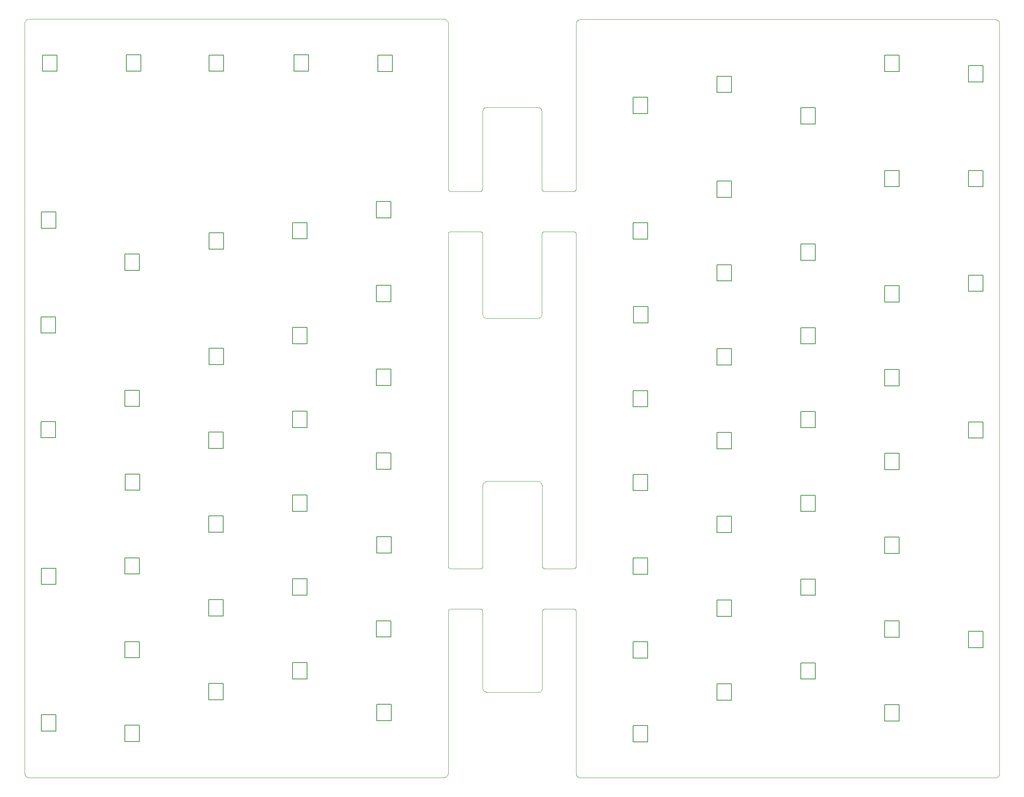
<source format=gbr>
%TF.GenerationSoftware,KiCad,Pcbnew,8.0.2*%
%TF.CreationDate,2024-06-18T01:05:25+09:00*%
%TF.ProjectId,accelerator,61636365-6c65-4726-9174-6f722e6b6963,v1.0.0*%
%TF.SameCoordinates,Original*%
%TF.FileFunction,Profile,NP*%
%FSLAX46Y46*%
G04 Gerber Fmt 4.6, Leading zero omitted, Abs format (unit mm)*
G04 Created by KiCad (PCBNEW 8.0.2) date 2024-06-18 01:05:25*
%MOMM*%
%LPD*%
G01*
G04 APERTURE LIST*
%TA.AperFunction,Profile*%
%ADD10C,0.099999*%
%TD*%
%TA.AperFunction,Profile*%
%ADD11C,0.200000*%
%TD*%
G04 APERTURE END LIST*
D10*
X192039991Y-147171392D02*
X192039991Y-147668691D01*
X212781995Y-159725996D02*
X213105993Y-159942991D01*
X236061994Y-54621900D02*
X236559995Y-54621900D01*
X95810000Y-164008993D02*
X95810000Y-163508993D01*
X221177991Y-55239200D02*
X221394994Y-54914800D01*
X300874997Y-227052984D02*
X300376996Y-227052984D01*
X95810000Y-160008993D02*
X95810000Y-159508993D01*
X317331998Y-95615198D02*
X317331998Y-96114298D01*
X111767097Y-54560000D02*
X112266498Y-54560000D01*
X317331998Y-170081991D02*
X317331998Y-170581991D01*
X221101995Y-75423698D02*
X221101995Y-74928499D01*
X213348989Y-91284395D02*
X213348989Y-91772997D01*
X192039991Y-146174993D02*
X192039991Y-146672895D01*
X159628396Y-226990988D02*
X159130697Y-226990988D01*
X213398992Y-193034979D02*
X213398992Y-193521978D01*
X95810000Y-107531896D02*
X95810000Y-107032697D01*
X102295780Y-54560000D02*
X102793539Y-54560000D01*
X317331998Y-55621900D02*
X317331998Y-56122210D01*
X275942991Y-227052984D02*
X275443998Y-227052984D01*
X221101995Y-89778696D02*
X221101995Y-89284597D01*
X228583997Y-54621900D02*
X229082990Y-54621900D01*
X199898992Y-203244985D02*
X199898992Y-202757986D01*
X141180097Y-226990988D02*
X140681497Y-226990988D01*
X221101995Y-124761289D02*
X221101995Y-124262495D01*
X304365995Y-227052984D02*
X303866987Y-227052984D01*
X95810000Y-61556020D02*
X95810000Y-61056100D01*
X221101995Y-157622991D02*
X221101995Y-157125990D01*
X213398992Y-164124990D02*
X213398992Y-164622991D01*
X253507993Y-227052984D02*
X253009992Y-227052984D01*
X219636991Y-102856996D02*
X219155996Y-102856996D01*
X192039991Y-208065984D02*
X192039991Y-208563986D01*
X197928991Y-179527990D02*
X198417989Y-179527990D01*
X199898992Y-169097990D02*
X199898992Y-168600996D01*
X280931989Y-227052984D02*
X280432996Y-227052984D01*
X192039991Y-159116995D02*
X192039991Y-159613989D01*
X286919996Y-54621900D02*
X287417997Y-54621900D01*
X204399991Y-207649984D02*
X203899991Y-207649984D01*
X192039991Y-191630987D02*
X192039991Y-192128988D01*
X221101995Y-219568990D02*
X221101995Y-219069982D01*
X221101995Y-80373197D02*
X221101995Y-79878599D01*
X117252698Y-54560000D02*
X117751998Y-54560000D01*
X95810000Y-125022794D02*
X95810000Y-124523390D01*
X205347989Y-74616998D02*
X205847989Y-74616998D01*
X221101995Y-76415298D02*
X221101995Y-75919498D01*
X131207795Y-226990988D02*
X130708597Y-226990988D01*
X183561895Y-54560000D02*
X184059789Y-54560000D01*
X213398992Y-179027990D02*
X213544996Y-179380995D01*
X317331998Y-214060980D02*
X317331998Y-214559988D01*
X199848989Y-114710596D02*
X199848989Y-114217397D01*
X294392988Y-227052984D02*
X293893995Y-227052984D01*
X124727397Y-226990988D02*
X124229497Y-226990988D01*
X95810000Y-118027895D02*
X95810000Y-117528394D01*
X95810000Y-158508993D02*
X95810000Y-158008993D01*
X263480985Y-227052984D02*
X262982999Y-227052984D01*
X119739997Y-226990988D02*
X119241298Y-226990988D01*
X266478986Y-54621900D02*
X266977994Y-54621900D01*
X95810000Y-215990988D02*
X95810000Y-215490988D01*
X95810000Y-140014791D02*
X95810000Y-139514593D01*
X192039991Y-110824896D02*
X192039991Y-111322695D01*
X215813993Y-179527990D02*
X216292989Y-179527990D01*
X192039991Y-133229193D02*
X192039991Y-133727590D01*
X221101995Y-198119985D02*
X221101995Y-197620977D01*
X195457792Y-102856996D02*
X194972295Y-102856996D01*
X221101995Y-173051992D02*
X221101995Y-172554991D01*
X213398992Y-173561994D02*
X213398992Y-174058996D01*
X153151395Y-54560000D02*
X153649896Y-54560000D01*
X213348989Y-108289797D02*
X213348989Y-108783495D01*
X317331998Y-225053991D02*
X317331998Y-225552984D01*
X317331998Y-62122860D02*
X317331998Y-62622259D01*
X317331998Y-170581991D02*
X317331998Y-171081991D01*
X159130697Y-226990988D02*
X158631894Y-226990988D01*
X95810000Y-153510893D02*
X95810000Y-153011595D01*
X195479192Y-179527990D02*
X195968992Y-179527990D01*
X199848989Y-80020597D02*
X199848989Y-79531399D01*
X205850995Y-122616995D02*
X205349988Y-122616995D01*
X213398992Y-189142980D02*
X213398992Y-189628988D01*
X199848989Y-82469198D02*
X199848989Y-81979898D01*
X292397992Y-227052984D02*
X291899000Y-227052984D01*
X221101995Y-56115700D02*
X221101995Y-55621900D01*
X95810000Y-84044597D02*
X95810000Y-83544899D01*
X185554189Y-226990988D02*
X185056493Y-226990988D01*
X192039991Y-204081991D02*
X192039991Y-204579992D01*
X213398992Y-202760992D02*
X213398992Y-203246984D01*
X317331998Y-60124120D02*
X317331998Y-60623880D01*
X308355985Y-54621900D02*
X308853986Y-54621900D01*
X192039991Y-74398397D02*
X192039991Y-74895199D01*
X196459989Y-179527990D02*
X196948995Y-179527990D01*
X200191991Y-207356985D02*
X199974988Y-207032980D01*
X191747091Y-54852900D02*
X191963895Y-55177300D01*
X95810000Y-123524389D02*
X95810000Y-123024992D01*
X213348989Y-105823595D02*
X213348989Y-106317396D01*
X317331998Y-131600591D02*
X317331998Y-132100096D01*
X221101995Y-167579992D02*
X221101995Y-167081991D01*
X192039991Y-192128988D02*
X192039991Y-192626989D01*
X111764598Y-226990988D02*
X111265499Y-226990988D01*
X204398992Y-159649992D02*
X204898992Y-159649992D01*
X95810000Y-206491979D02*
X95810000Y-205991979D01*
X177079793Y-226990988D02*
X176581792Y-226990988D01*
X192039991Y-85306698D02*
X192039991Y-85802698D01*
X197402990Y-93741796D02*
X197889989Y-93741796D01*
X296890989Y-54621900D02*
X297388990Y-54621900D01*
X221101995Y-217570989D02*
X221101995Y-217071981D01*
X221101995Y-79383798D02*
X221101995Y-78889297D01*
X192539991Y-179527990D02*
X193030492Y-179527990D01*
X95810000Y-147514089D02*
X95810000Y-147014295D01*
X317331998Y-59122760D02*
X317331998Y-59623460D01*
X192039991Y-142192892D02*
X192039991Y-142691190D01*
X192039991Y-77372698D02*
X192039991Y-77869098D01*
X201348989Y-74616998D02*
X201849988Y-74616998D01*
X192039991Y-122269796D02*
X192039991Y-122768293D01*
X199848989Y-78062898D02*
X199848989Y-77574398D01*
X166607389Y-226990988D02*
X166108793Y-226990988D01*
X95810000Y-128022192D02*
X95810000Y-127521993D01*
X192039991Y-211052984D02*
X192039991Y-211550985D01*
X95810000Y-204492986D02*
X95810000Y-203992986D01*
X317331998Y-152092092D02*
X317331998Y-152591192D01*
X186553396Y-54560000D02*
X187051191Y-54560000D01*
X192039991Y-107339998D02*
X192039991Y-107838598D01*
X317038999Y-54914800D02*
X317255994Y-55239200D01*
X221101995Y-218569982D02*
X221101995Y-218070989D01*
X182563894Y-226990988D02*
X182066190Y-226990988D01*
X107779299Y-54560000D02*
X108277199Y-54560000D01*
X221101995Y-104849897D02*
X221101995Y-104352197D01*
X247524991Y-227052984D02*
X247025998Y-227052984D01*
X257994993Y-227052984D02*
X257495984Y-227052984D01*
X199898992Y-175054991D02*
X199898992Y-174558996D01*
X216770994Y-179527990D02*
X217249990Y-179527990D01*
X240549985Y-54621900D02*
X241048993Y-54621900D01*
X197889989Y-93741796D02*
X198374990Y-93741796D01*
X221101995Y-225553991D02*
X221101995Y-225055990D01*
X188048192Y-54560000D02*
X188547193Y-54560000D01*
X99302850Y-226990988D02*
X98804450Y-226990988D01*
X221101995Y-92253195D02*
X221101995Y-91758997D01*
X221101995Y-172554991D02*
X221101995Y-172056989D01*
X215334989Y-179527990D02*
X215813993Y-179527990D01*
X121741197Y-54560000D02*
X122239698Y-54560000D01*
X221101995Y-176536993D02*
X221101995Y-176039991D01*
X199848989Y-89813795D02*
X199848989Y-89323995D01*
X95810000Y-134016889D02*
X95810000Y-133517790D01*
X192039991Y-149163091D02*
X192039991Y-149660894D01*
X199848989Y-117669897D02*
X199848989Y-117176897D01*
X317331998Y-222555990D02*
X317331998Y-223054983D01*
X312841993Y-227052984D02*
X312342985Y-227052984D01*
X213398992Y-205677984D02*
X213398992Y-206164984D01*
X211347989Y-122616995D02*
X210848989Y-122616995D01*
X306363996Y-54621900D02*
X306860990Y-54621900D01*
X192039991Y-171059995D02*
X192039991Y-171557989D01*
X221101995Y-85820099D02*
X221101995Y-85324898D01*
X140182695Y-226990988D02*
X139683896Y-226990988D01*
X95810000Y-196492986D02*
X95810000Y-195993978D01*
X221101995Y-65028299D02*
X221101995Y-64534099D01*
X192039991Y-153143690D02*
X192039991Y-153641592D01*
X200898992Y-159649992D02*
X201398992Y-159649992D01*
X221101995Y-72454698D02*
X221101995Y-71959799D01*
X221101995Y-67999899D02*
X221101995Y-67504299D01*
X196916990Y-93741796D02*
X197402990Y-93741796D01*
X317331998Y-131101690D02*
X317331998Y-131600591D01*
X314337995Y-227052984D02*
X313838987Y-227052984D01*
X317255994Y-55239200D02*
X317331998Y-55621900D01*
X213348989Y-107797098D02*
X213348989Y-108289797D01*
X221101995Y-91758997D02*
X221101995Y-91263597D01*
X303866987Y-227052984D02*
X303368986Y-227052984D01*
X95810000Y-120026594D02*
X95810000Y-119526991D01*
X192039991Y-140201696D02*
X192039991Y-140698492D01*
X192039991Y-195117986D02*
X192039991Y-195615988D01*
X317331998Y-120103689D02*
X317331998Y-120603292D01*
X221101995Y-110329096D02*
X221101995Y-109830896D01*
X213348989Y-81003998D02*
X213348989Y-81493198D01*
X199898992Y-163631994D02*
X199898992Y-163134992D01*
X199898992Y-197895986D02*
X199898992Y-197408987D01*
X205897992Y-159649992D02*
X206397992Y-159649992D01*
X133206796Y-54560000D02*
X133705095Y-54560000D01*
X251015989Y-227052984D02*
X250517988Y-227052984D01*
X95810000Y-150012289D02*
X95810000Y-149512792D01*
X317331998Y-213062979D02*
X317331998Y-213561987D01*
X95810000Y-110031496D02*
X95810000Y-109531397D01*
X210348989Y-74616998D02*
X210849988Y-74616998D01*
X187051191Y-54560000D02*
X187549589Y-54560000D01*
X317331998Y-136099790D02*
X317331998Y-136598791D01*
X264476987Y-227052984D02*
X263978986Y-227052984D01*
X95810000Y-123024992D02*
X95810000Y-122525190D01*
X245031995Y-227052984D02*
X244532987Y-227052984D01*
X199848989Y-92261995D02*
X199848989Y-91772398D01*
X304868986Y-54621900D02*
X305366987Y-54621900D01*
X199848989Y-77085798D02*
X199848989Y-76595299D01*
X95810000Y-106532297D02*
X95810000Y-106033396D01*
X221101995Y-80867298D02*
X221101995Y-80373197D01*
X218686994Y-188642980D02*
X218207990Y-188642980D01*
X192039991Y-168572996D02*
X192039991Y-169070989D01*
X260493986Y-54621900D02*
X260992994Y-54621900D01*
X192039991Y-220513983D02*
X192039991Y-221011984D01*
X317331998Y-85119798D02*
X317331998Y-85619299D01*
X212781995Y-207573980D02*
X212398992Y-207649984D01*
X317331998Y-218057989D02*
X317331998Y-218557989D01*
X192186391Y-179380995D02*
X192539991Y-179527990D01*
X188547193Y-54560000D02*
X189045591Y-54560000D01*
X142682996Y-54560000D02*
X143181096Y-54560000D01*
X117751998Y-54560000D02*
X118250799Y-54560000D01*
X199752988Y-179380995D02*
X199898992Y-179027990D01*
X221101995Y-93241796D02*
X221101995Y-92747198D01*
X213398992Y-199354986D02*
X213398992Y-199841985D01*
X240046995Y-227052984D02*
X239548993Y-227052984D01*
X192039991Y-223999990D02*
X192039991Y-224497991D01*
X135202096Y-54560000D02*
X135701394Y-54560000D01*
X213348989Y-77086498D02*
X213348989Y-77576298D01*
X221101995Y-225055990D02*
X221101995Y-224556982D01*
X317331998Y-118104196D02*
X317331998Y-118603391D01*
X292895994Y-227052984D02*
X292397992Y-227052984D01*
X139193197Y-54560000D02*
X139691697Y-54560000D01*
X163620489Y-54560000D02*
X164119291Y-54560000D01*
X120743898Y-54560000D02*
X121242597Y-54560000D01*
X95810000Y-131518995D02*
X95810000Y-131018896D01*
X221101995Y-164096990D02*
X221101995Y-163599989D01*
X214377988Y-179527990D02*
X214856992Y-179527990D01*
X95810000Y-62055670D02*
X95810000Y-61556020D01*
X302371992Y-227052984D02*
X301873990Y-227052984D01*
X317331998Y-137597593D02*
X317331998Y-138097296D01*
X213398992Y-176045995D02*
X213398992Y-176542990D01*
X181071889Y-54560000D02*
X181569494Y-54560000D01*
X192039991Y-204579992D02*
X192039991Y-205077978D01*
X317331998Y-194569982D02*
X317331998Y-195070989D01*
X133202196Y-226990988D02*
X132703195Y-226990988D01*
X106282898Y-54560000D02*
X106781498Y-54560000D01*
X317331998Y-72621298D02*
X317331998Y-73121898D01*
X221101995Y-103356996D02*
X220954992Y-103003496D01*
X222101995Y-227052984D02*
X221718992Y-226976980D01*
X171095594Y-226990988D02*
X170597295Y-226990988D01*
X199898992Y-202270986D02*
X199898992Y-201784979D01*
X192039991Y-67459199D02*
X192039991Y-67954899D01*
X317331998Y-146596594D02*
X317331998Y-147096494D01*
X161622091Y-226990988D02*
X161123594Y-226990988D01*
X317331998Y-98112795D02*
X317331998Y-98612795D01*
X186052892Y-226990988D02*
X185554189Y-226990988D01*
X213398992Y-177535993D02*
X213398992Y-178032995D01*
X317331998Y-178077993D02*
X317331998Y-178576994D01*
X317331998Y-102612795D02*
X317331998Y-103112398D01*
X165111890Y-226990988D02*
X164612592Y-226990988D01*
X221101995Y-168575994D02*
X221101995Y-168076994D01*
X210848989Y-122616995D02*
X210348989Y-122616995D01*
X192039991Y-63489969D02*
X192039991Y-63986749D01*
X300380994Y-54621900D02*
X300879987Y-54621900D01*
X256499997Y-227052984D02*
X256000989Y-227052984D01*
X95810000Y-136516096D02*
X95810000Y-136017095D01*
X95810000Y-133017294D02*
X95810000Y-132517294D01*
X95810000Y-111530897D02*
X95810000Y-111030596D01*
X146171396Y-54560000D02*
X146669896Y-54560000D01*
X239049985Y-227052984D02*
X238551999Y-227052984D01*
X192039991Y-143686994D02*
X192039991Y-144184194D01*
X95810000Y-119027296D02*
X95810000Y-118527593D01*
X284919996Y-227052984D02*
X284422986Y-227052984D01*
X221101995Y-157125990D02*
X221101995Y-156626989D01*
X317331998Y-64122279D02*
X317331998Y-64622399D01*
X221101995Y-118790090D02*
X221101995Y-118292196D01*
X138695295Y-54560000D02*
X139193197Y-54560000D01*
X126726398Y-54560000D02*
X127225097Y-54560000D01*
X175084989Y-226990988D02*
X174586393Y-226990988D01*
X270467985Y-54621900D02*
X270964994Y-54621900D01*
X317331998Y-133599493D02*
X317331998Y-134098791D01*
X134203897Y-54560000D02*
X134702897Y-54560000D01*
X192039991Y-81339899D02*
X192039991Y-81836199D01*
X213348989Y-115691797D02*
X213348989Y-116186098D01*
X221101995Y-55621900D02*
X221177991Y-55239200D01*
X278438993Y-227052984D02*
X277939985Y-227052984D01*
X192039991Y-144184194D02*
X192039991Y-144681295D01*
X213348989Y-119641493D02*
X213348989Y-120135191D01*
X221101995Y-155133993D02*
X221101995Y-154634992D01*
X138196996Y-54560000D02*
X138695295Y-54560000D01*
X95810000Y-179499990D02*
X95810000Y-178999990D01*
X95810000Y-198492986D02*
X95810000Y-197991979D01*
X221101995Y-221563986D02*
X221101995Y-221065984D01*
X221101995Y-141188291D02*
X221101995Y-140689596D01*
X192039991Y-77869098D02*
X192039991Y-78365299D01*
X159634195Y-54560000D02*
X160132192Y-54560000D01*
X221101995Y-211088979D02*
X221101995Y-210589987D01*
X221101995Y-205601980D02*
X221101995Y-205103979D01*
X192039991Y-173051992D02*
X192039991Y-173549993D01*
X199898992Y-176544996D02*
X199898992Y-176047994D01*
X213398992Y-165118994D02*
X213398992Y-165614996D01*
X317331998Y-77120199D02*
X317331998Y-77619499D01*
X178076993Y-226990988D02*
X177579091Y-226990988D01*
X315832990Y-227052984D02*
X315335996Y-227052984D01*
X95810000Y-161009992D02*
X95810000Y-160508993D01*
X127717798Y-226990988D02*
X127218597Y-226990988D01*
X221101995Y-176039991D02*
X221101995Y-175542990D01*
X317331998Y-73121898D02*
X317331998Y-73622299D01*
X192039991Y-124263693D02*
X192039991Y-124761495D01*
X95810000Y-205492986D02*
X95810000Y-204991979D01*
X196948995Y-179527990D02*
X197438993Y-179527990D01*
X274454999Y-54621900D02*
X274952985Y-54621900D01*
X95810000Y-69049699D02*
X95810000Y-68550299D01*
X192039991Y-214039984D02*
X192039991Y-214538992D01*
X192039991Y-196113989D02*
X192039991Y-196612982D01*
X214331991Y-93741796D02*
X214813993Y-93741796D01*
X199898992Y-205189977D02*
X199898992Y-204703985D01*
X239053998Y-54621900D02*
X239552991Y-54621900D01*
X192039991Y-127250891D02*
X192039991Y-127749594D01*
X276947996Y-54621900D02*
X277445997Y-54621900D01*
X95810000Y-56059750D02*
X95810000Y-55560000D01*
X199848989Y-78552297D02*
X199848989Y-78062898D01*
X95810000Y-110531297D02*
X95810000Y-110031496D01*
X192039991Y-174047994D02*
X192039991Y-174544996D01*
X205399991Y-207649984D02*
X204899991Y-207649984D01*
X293401990Y-54621900D02*
X293900998Y-54621900D01*
X192039991Y-129242895D02*
X192039991Y-129741392D01*
X95810000Y-117528394D02*
X95810000Y-117028997D01*
X213348989Y-79534899D02*
X213348989Y-80025198D01*
X199898992Y-200812979D02*
X199898992Y-200327978D01*
X95810000Y-151011694D02*
X95810000Y-150511190D01*
X221101995Y-193630987D02*
X221101995Y-193132986D01*
X198861989Y-93741796D02*
X199348989Y-93741796D01*
X192039991Y-140698492D02*
X192039991Y-141196394D01*
X197890989Y-102856996D02*
X197403989Y-102856996D01*
X221101995Y-151645895D02*
X221101995Y-151147192D01*
X220601995Y-93741796D02*
X220954992Y-93595396D01*
X317331998Y-70121399D02*
X317331998Y-70620899D01*
X317331998Y-181572996D02*
X317331998Y-182071989D01*
X211348989Y-74616998D02*
X211848989Y-74616998D01*
X101298180Y-54560000D02*
X101797059Y-54560000D01*
X201398992Y-159649992D02*
X201899991Y-159649992D01*
X274446988Y-227052984D02*
X273948987Y-227052984D01*
X199898992Y-200327978D02*
X199898992Y-199841985D01*
X256997999Y-227052984D02*
X256499997Y-227052984D01*
X192039991Y-201592977D02*
X192039991Y-202089987D01*
X213398992Y-197409979D02*
X213398992Y-197896978D01*
X244539991Y-54621900D02*
X245038999Y-54621900D01*
X192039991Y-211550985D02*
X192039991Y-212048986D01*
X192039991Y-137711393D02*
X192039991Y-138209791D01*
X194989591Y-179527990D02*
X195479192Y-179527990D01*
X104788509Y-54560000D02*
X105286139Y-54560000D01*
X138188596Y-226990988D02*
X137690996Y-226990988D01*
X192039991Y-214538992D02*
X192039991Y-215035986D01*
X257495984Y-227052984D02*
X256997999Y-227052984D01*
X221101995Y-70473999D02*
X221101995Y-69979599D01*
X128215795Y-226990988D02*
X127717798Y-226990988D01*
X317331998Y-150593992D02*
X317331998Y-151093389D01*
X134702897Y-54560000D02*
X135202096Y-54560000D01*
X201398992Y-207649984D02*
X200898992Y-207649984D01*
X95810000Y-102536596D02*
X95810000Y-102037496D01*
X95810000Y-172004995D02*
X95810000Y-171504995D01*
X211898992Y-159649992D02*
X212398992Y-159649992D01*
X213348989Y-121122495D02*
X213348989Y-121616995D01*
X213348989Y-75616998D02*
X213348989Y-76106798D01*
X221101995Y-85324898D02*
X221101995Y-84828897D01*
X236556989Y-227052984D02*
X236057996Y-227052984D01*
X95810000Y-137015394D02*
X95810000Y-136516096D01*
X223596990Y-54621900D02*
X224094999Y-54621900D01*
X317331998Y-126101591D02*
X317331998Y-126602094D01*
X297388990Y-54621900D02*
X297887998Y-54621900D01*
X199848989Y-91772398D02*
X199848989Y-91282495D01*
X192039991Y-206073980D02*
X192039991Y-206572988D01*
X213348989Y-110756597D02*
X213348989Y-111249895D01*
X317331998Y-104110796D02*
X317331998Y-104609697D01*
X317331998Y-189571981D02*
X317331998Y-190071981D01*
X213398992Y-192547979D02*
X213398992Y-193034979D01*
X317331998Y-200565984D02*
X317331998Y-201065984D01*
X113761999Y-54560000D02*
X114261299Y-54560000D01*
X168109990Y-54560000D02*
X168608693Y-54560000D01*
X281933988Y-54621900D02*
X282432996Y-54621900D01*
X95810000Y-122025091D02*
X95810000Y-121524595D01*
X283929990Y-54621900D02*
X284427991Y-54621900D01*
X213398992Y-206164984D02*
X213398992Y-206649984D01*
X221101995Y-204105978D02*
X221101995Y-203606985D01*
X192039991Y-135720190D02*
X192039991Y-136217390D01*
X95810000Y-97541296D02*
X95810000Y-97040495D01*
X226589994Y-54621900D02*
X227088987Y-54621900D01*
X146663194Y-226990988D02*
X146164297Y-226990988D01*
X213398992Y-162138990D02*
X213398992Y-162634992D01*
X317331998Y-213561987D02*
X317331998Y-214060980D01*
X95810000Y-224489980D02*
X95810000Y-223989980D01*
X199898992Y-201784979D02*
X199898992Y-201298986D01*
X199848989Y-85895399D02*
X199848989Y-85406599D01*
X213105993Y-207356985D02*
X212781995Y-207573980D01*
X221101995Y-192133978D02*
X221101995Y-191634985D01*
X95810000Y-82045599D02*
X95810000Y-81546598D01*
X95810000Y-71048399D02*
X95810000Y-70549299D01*
X317331998Y-82122099D02*
X317331998Y-82621498D01*
X202397992Y-207649984D02*
X201898992Y-207649984D01*
X317331998Y-208564977D02*
X317331998Y-209064977D01*
X95810000Y-173004995D02*
X95810000Y-172504995D01*
X273449994Y-227052984D02*
X272950986Y-227052984D01*
X213398992Y-174058996D02*
X213398992Y-174555990D01*
X269967985Y-54621900D02*
X270467985Y-54621900D01*
X192039991Y-199102987D02*
X192039991Y-199599981D01*
X221101995Y-61067109D02*
X221101995Y-60572009D01*
X131212495Y-54560000D02*
X131710996Y-54560000D01*
X147160795Y-226990988D02*
X146663194Y-226990988D01*
X234565992Y-54621900D02*
X235064985Y-54621900D01*
X159136094Y-54560000D02*
X159634195Y-54560000D01*
X192039991Y-192626989D02*
X192039991Y-193124990D01*
X317331998Y-78619499D02*
X317331998Y-79119898D01*
X290403989Y-227052984D02*
X289904996Y-227052984D01*
X96810000Y-226990988D02*
X96427300Y-226914984D01*
X296386991Y-227052984D02*
X295888990Y-227052984D01*
X210849988Y-74616998D02*
X211348989Y-74616998D01*
X220954992Y-93595396D02*
X221101995Y-93241796D01*
X317331998Y-106609895D02*
X317331998Y-107109297D01*
X192039991Y-134225294D02*
X192039991Y-134724096D01*
X95810000Y-200990988D02*
X95810000Y-200490988D01*
X192039991Y-58037990D02*
X192039991Y-58533680D01*
X317331998Y-194069982D02*
X317331998Y-194569982D01*
X95810000Y-141015196D02*
X95810000Y-140514990D01*
X221101995Y-174545995D02*
X221101995Y-174047994D01*
X192039991Y-90762197D02*
X192039991Y-91258196D01*
X178081396Y-54560000D02*
X178580388Y-54560000D01*
X255008985Y-54621900D02*
X255506986Y-54621900D01*
X317331998Y-77619499D02*
X317331998Y-78119299D01*
X95810000Y-80546999D02*
X95810000Y-80046999D01*
X192039991Y-90266496D02*
X192039991Y-90762197D01*
X213348989Y-80025198D02*
X213348989Y-80514498D01*
X149154695Y-226990988D02*
X148656797Y-226990988D01*
X221101995Y-126752989D02*
X221101995Y-126255094D01*
X199898992Y-165121992D02*
X199898992Y-164625990D01*
X213398992Y-166110990D02*
X213398992Y-166608991D01*
X96102900Y-54852900D02*
X96427300Y-54636100D01*
X95810000Y-75548097D02*
X95810000Y-75048298D01*
X317331998Y-167582990D02*
X317331998Y-168082990D01*
X199752988Y-188788992D02*
X199398992Y-188642980D01*
X95810000Y-142015592D02*
X95810000Y-141515493D01*
X221101995Y-57602320D02*
X221101995Y-57107120D01*
X191963895Y-55177300D02*
X192039991Y-55560000D01*
X157639696Y-54560000D02*
X158138597Y-54560000D01*
X262483991Y-227052984D02*
X261985990Y-227052984D01*
X317331998Y-57122700D02*
X317331998Y-57623140D01*
X294890989Y-227052984D02*
X294392988Y-227052984D01*
X189544492Y-54560000D02*
X190042989Y-54560000D01*
X197438993Y-179527990D02*
X197928991Y-179527990D01*
X95810000Y-154511991D02*
X95810000Y-154011595D01*
X95810000Y-178999990D02*
X95810000Y-178500990D01*
X100798819Y-226990988D02*
X100300440Y-226990988D01*
X202898992Y-207649984D02*
X202397992Y-207649984D01*
X95810000Y-156010992D02*
X95810000Y-155510992D01*
X216742994Y-102856996D02*
X216260991Y-102856996D01*
X263978986Y-227052984D02*
X263480985Y-227052984D01*
X192039991Y-220015981D02*
X192039991Y-220513983D01*
X179572790Y-226990988D02*
X179074193Y-226990988D01*
X195968992Y-179527990D02*
X196459989Y-179527990D01*
X280937986Y-54621900D02*
X281435987Y-54621900D01*
X253512998Y-54621900D02*
X254010999Y-54621900D01*
X317331998Y-106110098D02*
X317331998Y-106609895D01*
X317331998Y-74122497D02*
X317331998Y-74622099D01*
X199702993Y-93595396D02*
X199848989Y-93241796D01*
X317331998Y-190071981D02*
X317331998Y-190570989D01*
X221101995Y-139194891D02*
X221101995Y-138697790D01*
X192039991Y-195615988D02*
X192039991Y-196113989D01*
X193027295Y-102856996D02*
X192539991Y-102856996D01*
X193026990Y-93741796D02*
X193512792Y-93741796D01*
X317331998Y-196568990D02*
X317331998Y-197067983D01*
X192039991Y-198605978D02*
X192039991Y-199102987D01*
X192039991Y-138708189D02*
X192039991Y-139206396D01*
X317331998Y-149095594D02*
X317331998Y-149594991D01*
X317331998Y-193570989D02*
X317331998Y-194069982D01*
X179079091Y-54560000D02*
X179577390Y-54560000D01*
X192039991Y-57045260D02*
X192039991Y-57541480D01*
X147659196Y-226990988D02*
X147160795Y-226990988D01*
X199848989Y-103851496D02*
X199848989Y-103356996D01*
X317331998Y-140597692D02*
X317331998Y-141097891D01*
X291407987Y-54621900D02*
X291905988Y-54621900D01*
X192039991Y-148664793D02*
X192039991Y-149163091D01*
X192039991Y-203084982D02*
X192039991Y-203582983D01*
X199898992Y-196437979D02*
X199898992Y-195950979D01*
X193998395Y-93741796D02*
X194484891Y-93741796D01*
X191747091Y-226697988D02*
X191422689Y-226914984D01*
X224094999Y-54621900D02*
X224594999Y-54621900D01*
X192039991Y-144681295D02*
X192039991Y-145179792D01*
X213398992Y-169089994D02*
X213398992Y-169585989D01*
X317331998Y-58623090D02*
X317331998Y-59122760D01*
X95810000Y-121025495D02*
X95810000Y-120526090D01*
X204849988Y-122616995D02*
X204349988Y-122616995D01*
X260987989Y-227052984D02*
X260487989Y-227052984D01*
X203848989Y-74616998D02*
X204348989Y-74616998D01*
X192039991Y-111819895D02*
X192039991Y-112317396D01*
X192039991Y-158619993D02*
X192039991Y-159116995D01*
X192039991Y-207069982D02*
X192039991Y-207567983D01*
X213398992Y-172567991D02*
X213398992Y-173063993D01*
X261991987Y-54621900D02*
X262490995Y-54621900D01*
X105781498Y-226990988D02*
X105283709Y-226990988D01*
X104289809Y-54560000D02*
X104788509Y-54560000D01*
X162120092Y-226990988D02*
X161622091Y-226990988D01*
X199848989Y-109282198D02*
X199848989Y-108787897D01*
X200465993Y-74693098D02*
X200848989Y-74616998D01*
X213398992Y-194493978D02*
X213398992Y-194979986D01*
X317331998Y-76620397D02*
X317331998Y-77120199D01*
X192039991Y-173549993D02*
X192039991Y-174047994D01*
X317331998Y-189070989D02*
X317331998Y-189571981D01*
X234062986Y-227052984D02*
X233564985Y-227052984D01*
X122731998Y-226990988D02*
X122232698Y-226990988D01*
X199848989Y-105332495D02*
X199848989Y-104838796D01*
X221101995Y-190638983D02*
X221101995Y-190139990D01*
X192039991Y-121273695D02*
X192039991Y-121771490D01*
X317331998Y-69621499D02*
X317331998Y-70121399D01*
X317331998Y-138097296D02*
X317331998Y-138597090D01*
X192039991Y-155134992D02*
X192039991Y-155631994D01*
X95810000Y-108531797D02*
X95810000Y-108032594D01*
X192039991Y-126255293D02*
X192039991Y-126753095D01*
X221718992Y-54698000D02*
X222101995Y-54621900D01*
X221101995Y-168076994D02*
X221101995Y-167579992D01*
X201849988Y-74616998D02*
X202348989Y-74616998D01*
X317331998Y-80621698D02*
X317331998Y-81122099D01*
X210899991Y-159649992D02*
X211398992Y-159649992D01*
X192039991Y-60515469D02*
X192039991Y-61011520D01*
X221101995Y-218070989D02*
X221101995Y-217570989D01*
X114759998Y-54560000D02*
X115257997Y-54560000D01*
X192039991Y-78860498D02*
X192039991Y-79356598D01*
X199898992Y-202757986D02*
X199898992Y-202270986D01*
X95810000Y-167006994D02*
X95810000Y-166506994D01*
X252017988Y-54621900D02*
X252516996Y-54621900D01*
X210398992Y-159649992D02*
X210899991Y-159649992D01*
X221101995Y-73938398D02*
X221101995Y-73442999D01*
X249022992Y-227052984D02*
X248522992Y-227052984D01*
X221101995Y-138697790D02*
X221101995Y-138200590D01*
X221101995Y-210090978D02*
X221101995Y-209590978D01*
X192039991Y-213540991D02*
X192039991Y-214039984D01*
X221101995Y-76910599D02*
X221101995Y-76415298D01*
X192039991Y-88779398D02*
X192039991Y-89275095D01*
X221101995Y-72948799D02*
X221101995Y-72454698D01*
X192039991Y-174544996D02*
X192039991Y-175043989D01*
X317331998Y-134098791D02*
X317331998Y-134598593D01*
X95810000Y-107032697D02*
X95810000Y-106532297D01*
X221101995Y-204604986D02*
X221101995Y-204105978D01*
X142176694Y-226990988D02*
X141678594Y-226990988D01*
X166116094Y-54560000D02*
X166614095Y-54560000D01*
X290901990Y-227052984D02*
X290403989Y-227052984D01*
X221101995Y-192633978D02*
X221101995Y-192133978D01*
X199848989Y-93241796D02*
X199848989Y-92752096D01*
X229579999Y-227052984D02*
X229081998Y-227052984D01*
X134698594Y-226990988D02*
X134200097Y-226990988D01*
X317331998Y-165084989D02*
X317331998Y-165584989D01*
X221101995Y-77899297D02*
X221101995Y-77404798D01*
X199898992Y-170090994D02*
X199898992Y-169594991D01*
X95810000Y-196992986D02*
X95810000Y-196492986D01*
X95810000Y-174004995D02*
X95810000Y-173504995D01*
X213348989Y-104836397D02*
X213348989Y-105329397D01*
X193513593Y-102856996D02*
X193027295Y-102856996D01*
X192039991Y-179027990D02*
X192186391Y-179380995D01*
X95810000Y-57559060D02*
X95810000Y-57058870D01*
X221101995Y-224556982D02*
X221101995Y-224058981D01*
X305861997Y-227052984D02*
X305362989Y-227052984D01*
X123237398Y-54560000D02*
X123736297Y-54560000D01*
X221101995Y-82352697D02*
X221101995Y-81857498D01*
X317331998Y-160087995D02*
X317331998Y-160586996D01*
X130215295Y-54560000D02*
X130714696Y-54560000D01*
X243043989Y-54621900D02*
X243542997Y-54621900D01*
X213398992Y-203733984D02*
X213398992Y-204219991D01*
X293900998Y-54621900D02*
X294399000Y-54621900D01*
X300376996Y-227052984D02*
X299877988Y-227052984D01*
X95810000Y-88542795D02*
X95810000Y-88042097D01*
X95810000Y-158008993D02*
X95810000Y-157508993D01*
X192039991Y-126753095D02*
X192039991Y-127250891D01*
X317331998Y-177577993D02*
X317331998Y-178077993D01*
X213348989Y-117173597D02*
X213348989Y-117666895D01*
X128221597Y-54560000D02*
X128719297Y-54560000D01*
X175088994Y-54560000D02*
X175587690Y-54560000D01*
X95810000Y-225990988D02*
X95810000Y-225490988D01*
X199848989Y-115696195D02*
X199848989Y-115203596D01*
X220954992Y-103003496D02*
X220601995Y-102856996D01*
X172092389Y-226990988D02*
X171593992Y-226990988D01*
X317331998Y-211063986D02*
X317331998Y-211563986D01*
X221101995Y-201113989D02*
X221101995Y-200613989D01*
X173593389Y-54560000D02*
X174091894Y-54560000D01*
X199898992Y-166612989D02*
X199898992Y-166115995D01*
X199898992Y-197408987D02*
X199898992Y-196922979D01*
X140681497Y-226990988D02*
X140182695Y-226990988D01*
X288911985Y-54621900D02*
X289410993Y-54621900D01*
X199848989Y-109775594D02*
X199848989Y-109282198D01*
X192039991Y-163594991D02*
X192039991Y-164092993D01*
X317331998Y-147595991D02*
X317331998Y-148095091D01*
X213398992Y-177039991D02*
X213398992Y-177535993D01*
X95810000Y-138514494D02*
X95810000Y-138014593D01*
X256000989Y-227052984D02*
X255501996Y-227052984D01*
X192039991Y-109332495D02*
X192039991Y-109830198D01*
X95810000Y-218490988D02*
X95810000Y-217990988D01*
X198374990Y-93741796D02*
X198861989Y-93741796D01*
X108770898Y-226990988D02*
X108272599Y-226990988D01*
X95810000Y-81046499D02*
X95810000Y-80546999D01*
X213348989Y-110263395D02*
X213348989Y-110756597D01*
X317331998Y-177077993D02*
X317331998Y-177577993D01*
X314336988Y-54621900D02*
X314835996Y-54621900D01*
X183560193Y-226990988D02*
X183061490Y-226990988D01*
X317331998Y-84619499D02*
X317331998Y-85119798D01*
X267965986Y-227052984D02*
X267468992Y-227052984D01*
X213348989Y-107304098D02*
X213348989Y-107797098D01*
X317331998Y-154589994D02*
X317331998Y-155089994D01*
X137199296Y-54560000D02*
X137698297Y-54560000D01*
X317331998Y-114106294D02*
X317331998Y-114605795D01*
X158133195Y-226990988D02*
X157634694Y-226990988D01*
X145673295Y-54560000D02*
X146171396Y-54560000D01*
X192039991Y-176538992D02*
X192039991Y-177036993D01*
X110766299Y-226990988D02*
X110267899Y-226990988D01*
X199848989Y-111256696D02*
X199848989Y-110763696D01*
X229082990Y-54621900D02*
X229581998Y-54621900D01*
X95810000Y-122525190D02*
X95810000Y-122025091D01*
X208848989Y-122616995D02*
X208348989Y-122616995D01*
X213398992Y-204219991D02*
X213398992Y-204704992D01*
X213398992Y-174555990D02*
X213398992Y-175051992D01*
X221101995Y-87304495D02*
X221101995Y-86810095D01*
X95810000Y-189495977D02*
X95810000Y-188995977D01*
X163122594Y-54560000D02*
X163620489Y-54560000D01*
X221101995Y-195625982D02*
X221101995Y-195127981D01*
X183063894Y-54560000D02*
X183561895Y-54560000D01*
X192039991Y-129741392D02*
X192039991Y-130240095D01*
X221101995Y-207596990D02*
X221101995Y-207097982D01*
X95810000Y-149512792D02*
X95810000Y-149012792D01*
X314835996Y-54621900D02*
X315334989Y-54621900D01*
X234560987Y-227052984D02*
X234062986Y-227052984D01*
X199898992Y-206162985D02*
X199898992Y-205676992D01*
X192039991Y-79356598D02*
X192039991Y-79852499D01*
X221101995Y-139693594D02*
X221101995Y-139194891D01*
X95810000Y-124523390D02*
X95810000Y-124023290D01*
X212398992Y-207649984D02*
X211898992Y-207649984D01*
X309350995Y-227052984D02*
X308851987Y-227052984D01*
X317331998Y-56122210D02*
X317331998Y-56622470D01*
X192039991Y-69440899D02*
X192039991Y-69936199D01*
X192039991Y-150157789D02*
X192039991Y-150655195D01*
X221101995Y-196622991D02*
X221101995Y-196123983D01*
X317331998Y-95116495D02*
X317331998Y-95615198D01*
X192039991Y-151152593D02*
X192039991Y-151651289D01*
X95810000Y-144015295D02*
X95810000Y-143515592D01*
X221101995Y-131232092D02*
X221101995Y-130733389D01*
X299881986Y-54621900D02*
X300380994Y-54621900D01*
X317331998Y-156589994D02*
X317331998Y-157089994D01*
X311345991Y-54621900D02*
X311844999Y-54621900D01*
X192039991Y-62002370D02*
X192039991Y-62497750D01*
X192039991Y-81836199D02*
X192039991Y-82332298D01*
X317331998Y-173080992D02*
X317331998Y-173579992D01*
X192039991Y-201093984D02*
X192039991Y-201592977D01*
X221101995Y-148657095D02*
X221101995Y-148159391D01*
X317331998Y-187569982D02*
X317331998Y-188070989D01*
X192039991Y-115302995D02*
X192039991Y-115800695D01*
X95810000Y-67053299D02*
X95810000Y-66553799D01*
X213348989Y-118160497D02*
X213348989Y-118654089D01*
X109768599Y-226990988D02*
X109269598Y-226990988D01*
X221101995Y-128743192D02*
X221101995Y-128245596D01*
X192039991Y-177534994D02*
X192039991Y-178032995D01*
X221101995Y-201612982D02*
X221101995Y-201113989D01*
X310348997Y-54621900D02*
X310847989Y-54621900D01*
X122738098Y-54560000D02*
X123237398Y-54560000D01*
X95810000Y-186495977D02*
X95810000Y-185997991D01*
X95810000Y-89543195D02*
X95810000Y-89043195D01*
X297383985Y-227052984D02*
X296885999Y-227052984D01*
X95810000Y-197491979D02*
X95810000Y-196992986D01*
X270964994Y-54621900D02*
X271462995Y-54621900D01*
X287411985Y-227052984D02*
X286913999Y-227052984D01*
X292902997Y-54621900D02*
X293401990Y-54621900D01*
X317331998Y-171580992D02*
X317331998Y-172081991D01*
X127225097Y-54560000D02*
X127722598Y-54560000D01*
X213398992Y-168593992D02*
X213398992Y-169089994D01*
X170601789Y-54560000D02*
X171099492Y-54560000D01*
X241542997Y-227052984D02*
X241043989Y-227052984D01*
X192039991Y-108336797D02*
X192039991Y-108834497D01*
X221101995Y-200613989D02*
X221101995Y-200115988D01*
X230577985Y-54621900D02*
X231075986Y-54621900D01*
X250522992Y-54621900D02*
X251021985Y-54621900D01*
X199848989Y-107800398D02*
X199848989Y-107307195D01*
X139683896Y-226990988D02*
X139185197Y-226990988D01*
X192039991Y-197110983D02*
X192039991Y-197609991D01*
X221101995Y-153141889D02*
X221101995Y-152643392D01*
X192039991Y-75886497D02*
X192039991Y-76381399D01*
X118250799Y-54560000D02*
X118748998Y-54560000D01*
X221101995Y-125258795D02*
X221101995Y-124761289D01*
X241547986Y-54621900D02*
X242045987Y-54621900D01*
X317331998Y-91117395D02*
X317331998Y-91616995D01*
X192039991Y-216032980D02*
X192039991Y-216530981D01*
X209348989Y-122616995D02*
X208848989Y-122616995D01*
X220601995Y-188642980D02*
X220122991Y-188642980D01*
X221101995Y-81362198D02*
X221101995Y-80867298D01*
X221101995Y-212584982D02*
X221101995Y-212086981D01*
X239552991Y-54621900D02*
X240051999Y-54621900D01*
X317331998Y-212062979D02*
X317331998Y-212562979D01*
X221101995Y-189142980D02*
X220954992Y-188788992D01*
X207899991Y-207649984D02*
X207399991Y-207649984D01*
X199848989Y-86385698D02*
X199848989Y-85895399D01*
X311344999Y-227052984D02*
X310845991Y-227052984D01*
X249027997Y-54621900D02*
X249526990Y-54621900D01*
X242539991Y-227052984D02*
X242041990Y-227052984D01*
X95810000Y-172504995D02*
X95810000Y-172004995D01*
X95810000Y-207489980D02*
X95810000Y-206990988D01*
X201848989Y-122616995D02*
X201348989Y-122616995D01*
X213398992Y-198869985D02*
X213398992Y-199354986D01*
X308851987Y-227052984D02*
X308352994Y-227052984D01*
X275450986Y-54621900D02*
X275949994Y-54621900D01*
X213348989Y-120135191D02*
X213348989Y-120628195D01*
X153646097Y-226990988D02*
X153147096Y-226990988D01*
X317331998Y-226052984D02*
X317255994Y-226435980D01*
X196430990Y-102856996D02*
X195944990Y-102856996D01*
X221101995Y-202111990D02*
X221101995Y-201612982D01*
X185056493Y-226990988D02*
X184558095Y-226990988D01*
X241043989Y-227052984D02*
X240544996Y-227052984D01*
X112764997Y-54560000D02*
X113263597Y-54560000D01*
X199848989Y-116190496D02*
X199848989Y-115696195D01*
X203348989Y-122616995D02*
X202848989Y-122616995D01*
X221101995Y-209092977D02*
X221101995Y-208593984D01*
X199898992Y-194977987D02*
X199898992Y-194490988D01*
X221101995Y-150150594D02*
X221101995Y-149652792D01*
X301376996Y-54621900D02*
X301875989Y-54621900D01*
X277944990Y-54621900D02*
X278442991Y-54621900D01*
X160631391Y-54560000D02*
X161129896Y-54560000D01*
X213398992Y-201301992D02*
X213398992Y-201787985D01*
X264975995Y-227052984D02*
X264476987Y-227052984D01*
X95810000Y-103035394D02*
X95810000Y-102536596D01*
X213348989Y-118654089D02*
X213348989Y-119147794D01*
X95810000Y-169005995D02*
X95810000Y-168506994D01*
X95810000Y-72548399D02*
X95810000Y-72048797D01*
X317331998Y-91616995D02*
X317331998Y-92117197D01*
X317331998Y-84120498D02*
X317331998Y-84619499D01*
X95810000Y-223989980D02*
X95810000Y-223488989D01*
X317331998Y-205565984D02*
X317331998Y-206064977D01*
X317331998Y-122603689D02*
X317331998Y-123104292D01*
X218671995Y-93741796D02*
X219153989Y-93741796D01*
X221101995Y-106842695D02*
X221101995Y-106344297D01*
X243542997Y-54621900D02*
X244040998Y-54621900D01*
X189045591Y-54560000D02*
X189544492Y-54560000D01*
X317331998Y-81622299D02*
X317331998Y-82122099D01*
X192039991Y-119281889D02*
X192039991Y-119780294D01*
X95810000Y-125523390D02*
X95810000Y-125022794D01*
X213348989Y-90795995D02*
X213348989Y-91284395D01*
X221101995Y-73442999D02*
X221101995Y-72948799D01*
X304370984Y-54621900D02*
X304868986Y-54621900D01*
X206847989Y-74616998D02*
X207346990Y-74616998D01*
X317331998Y-169581991D02*
X317331998Y-170081991D01*
X154643197Y-226990988D02*
X154144895Y-226990988D01*
X110267899Y-226990988D02*
X109768599Y-226990988D01*
X163615293Y-226990988D02*
X163117490Y-226990988D01*
X308352994Y-227052984D02*
X307855985Y-227052984D01*
X317331998Y-215558981D02*
X317331998Y-216058981D01*
X196459989Y-188642980D02*
X195969991Y-188642980D01*
X192039991Y-125757391D02*
X192039991Y-126255293D01*
X109274498Y-54560000D02*
X109772998Y-54560000D01*
X192039991Y-110327596D02*
X192039991Y-110824896D01*
X102792889Y-226990988D02*
X102294070Y-226990988D01*
X113758098Y-226990988D02*
X113259899Y-226990988D01*
X192039991Y-161604994D02*
X192039991Y-162101995D01*
X199848989Y-88344297D02*
X199848989Y-87854795D01*
X317331998Y-176578993D02*
X317331998Y-177077993D01*
X95810000Y-166506994D02*
X95810000Y-166006994D01*
X268963987Y-227052984D02*
X268464994Y-227052984D01*
X240544996Y-227052984D02*
X240046995Y-227052984D01*
X95810000Y-173504995D02*
X95810000Y-173004995D01*
X166614095Y-54560000D02*
X167113492Y-54560000D01*
X208897992Y-159649992D02*
X209397992Y-159649992D01*
X151655797Y-54560000D02*
X152154195Y-54560000D01*
X317331998Y-107608297D02*
X317331998Y-108107996D01*
X222599988Y-54621900D02*
X223097989Y-54621900D01*
X95810000Y-75048298D02*
X95810000Y-74548399D01*
X281928998Y-227052984D02*
X281430997Y-227052984D01*
X292404996Y-54621900D02*
X292902997Y-54621900D01*
X317331998Y-109607496D02*
X317331998Y-110107397D01*
X95810000Y-116528295D02*
X95810000Y-116027796D01*
X197929990Y-188642980D02*
X197439992Y-188642980D01*
X119747098Y-54560000D02*
X120245397Y-54560000D01*
X221101995Y-67008799D02*
X221101995Y-66513599D01*
X274944990Y-227052984D02*
X274446988Y-227052984D01*
X213348989Y-109770395D02*
X213348989Y-110263395D01*
X95810000Y-165507993D02*
X95810000Y-165006994D01*
X199898992Y-164128996D02*
X199898992Y-163631994D01*
X95810000Y-171504995D02*
X95810000Y-171004995D01*
X192039991Y-108834497D02*
X192039991Y-109332495D01*
X156144197Y-54560000D02*
X156642194Y-54560000D01*
X213398992Y-175548994D02*
X213398992Y-176045995D01*
X219153989Y-93741796D02*
X219635991Y-93741796D01*
X261485990Y-227052984D02*
X260987989Y-227052984D01*
X95810000Y-68051099D02*
X95810000Y-67551999D01*
X194972295Y-102856996D02*
X194486089Y-102856996D01*
X199848989Y-106319895D02*
X199848989Y-105826296D01*
X273948987Y-227052984D02*
X273449994Y-227052984D01*
X317331998Y-201565984D02*
X317331998Y-202065984D01*
X192039991Y-136715093D02*
X192039991Y-137213094D01*
X219635991Y-93741796D02*
X220118993Y-93741796D01*
X317331998Y-66122299D02*
X317331998Y-66621799D01*
X192039991Y-76876999D02*
X192039991Y-77372698D01*
X221718992Y-226976980D02*
X221394994Y-226759985D01*
X271462995Y-54621900D02*
X271961988Y-54621900D01*
X317331998Y-182571981D02*
X317331998Y-183071981D01*
X221101995Y-198618978D02*
X221101995Y-198119985D01*
X200141996Y-74909899D02*
X200465993Y-74693098D01*
X95810000Y-208490988D02*
X95810000Y-207990988D01*
X192039991Y-115800695D02*
X192039991Y-116297796D01*
X203398992Y-207649984D02*
X202898992Y-207649984D01*
X192039991Y-130738889D02*
X192039991Y-131237592D01*
X95810000Y-100539396D02*
X95810000Y-100040197D01*
X228084989Y-54621900D02*
X228583997Y-54621900D01*
X192039991Y-68945299D02*
X192039991Y-69440899D01*
X221101995Y-173549993D02*
X221101995Y-173051992D01*
X192039991Y-178032995D02*
X192039991Y-178529989D01*
X95810000Y-188496984D02*
X95810000Y-187997991D01*
X221101995Y-84333097D02*
X221101995Y-83837997D01*
X192039991Y-167576994D02*
X192039991Y-168074995D01*
X317331998Y-94615698D02*
X317331998Y-95116495D01*
X95810000Y-186996984D02*
X95810000Y-186495977D01*
X144668897Y-226990988D02*
X144169896Y-226990988D01*
X95810000Y-64555299D02*
X95810000Y-64055269D01*
X217224988Y-93741796D02*
X217707990Y-93741796D01*
X129716794Y-54560000D02*
X130215295Y-54560000D01*
X235562986Y-54621900D02*
X236061994Y-54621900D01*
X125225797Y-226990988D02*
X124727397Y-226990988D01*
X221101995Y-134716093D02*
X221101995Y-134218694D01*
X317331998Y-220556982D02*
X317331998Y-221056982D01*
X317331998Y-122104193D02*
X317331998Y-122603689D01*
X220121992Y-179527990D02*
X220601995Y-179527990D01*
X177579091Y-226990988D02*
X177079793Y-226990988D01*
X305366987Y-54621900D02*
X305865995Y-54621900D01*
X199848989Y-119644590D02*
X199848989Y-119150396D01*
X221101995Y-153640196D02*
X221101995Y-153141889D01*
X317331998Y-155589994D02*
X317331998Y-156088995D01*
X317331998Y-219556982D02*
X317331998Y-220056982D01*
X192039991Y-148165991D02*
X192039991Y-148664793D01*
X180569791Y-226990988D02*
X180070691Y-226990988D01*
X213398992Y-204704992D02*
X213398992Y-205190984D01*
X317331998Y-141598089D02*
X317331998Y-142098295D01*
X279934995Y-227052984D02*
X279436994Y-227052984D01*
X221101995Y-114807695D02*
X221101995Y-114309995D01*
X317331998Y-163084989D02*
X317331998Y-163584989D01*
X221101995Y-208094991D02*
X221101995Y-207596990D01*
X116251098Y-226990988D02*
X115752597Y-226990988D01*
X192039991Y-78365299D02*
X192039991Y-78860498D01*
X192039991Y-106344496D02*
X192039991Y-106842195D01*
X203348989Y-74616998D02*
X203848989Y-74616998D01*
X221101995Y-78889297D02*
X221101995Y-78393698D01*
X317331998Y-148595594D02*
X317331998Y-149095594D01*
X240051999Y-54621900D02*
X240549985Y-54621900D01*
X192039991Y-112317396D02*
X192039991Y-112814195D01*
X221101995Y-145171591D02*
X221101995Y-144673292D01*
X317331998Y-104609697D02*
X317331998Y-105109396D01*
X192039991Y-203582983D02*
X192039991Y-204081991D01*
X317331998Y-88619097D02*
X317331998Y-89119398D01*
X135701394Y-54560000D02*
X136200796Y-54560000D01*
X213348989Y-82963398D02*
X213348989Y-83452299D01*
X221101995Y-120779890D02*
X221101995Y-120283094D01*
X278442991Y-54621900D02*
X278941999Y-54621900D01*
X232571988Y-54621900D02*
X233070997Y-54621900D01*
X221101995Y-58097500D02*
X221101995Y-57602320D01*
X129211896Y-226990988D02*
X128713895Y-226990988D01*
X205397992Y-159649992D02*
X205897992Y-159649992D01*
X237553998Y-227052984D02*
X237055997Y-227052984D01*
X192039991Y-63986749D02*
X192039991Y-64483449D01*
X317331998Y-114605795D02*
X317331998Y-115105596D01*
X202848989Y-74616998D02*
X203348989Y-74616998D01*
X317331998Y-218557989D02*
X317331998Y-219057989D01*
X221101995Y-108834398D02*
X221101995Y-108336298D01*
X238551999Y-227052984D02*
X238052991Y-227052984D01*
X317331998Y-203065984D02*
X317331998Y-203566992D01*
X95810000Y-225490988D02*
X95810000Y-224989980D01*
X192039991Y-147668691D02*
X192039991Y-148165991D01*
X199898992Y-190114980D02*
X199898992Y-189627981D01*
X317331998Y-88119795D02*
X317331998Y-88619097D01*
X221101995Y-215577978D02*
X221101995Y-215078985D01*
X221101995Y-58592369D02*
X221101995Y-58097500D01*
X199848989Y-86875196D02*
X199848989Y-86385698D01*
X199848989Y-79041797D02*
X199848989Y-78552297D01*
X199898992Y-168600996D02*
X199898992Y-168103994D01*
X192039991Y-219518987D02*
X192039991Y-220015981D01*
X97308500Y-54560000D02*
X97806210Y-54560000D01*
X221101995Y-57107120D02*
X221101995Y-56611380D01*
X199848989Y-85406599D02*
X199848989Y-84917698D01*
X95810000Y-115027998D02*
X95810000Y-114528696D01*
X317331998Y-108608396D02*
X317331998Y-109108198D01*
X142674295Y-226990988D02*
X142176694Y-226990988D01*
X103791199Y-54560000D02*
X104289809Y-54560000D01*
X95810000Y-217490988D02*
X95810000Y-216990988D01*
X237055997Y-227052984D02*
X236556989Y-227052984D01*
X167604589Y-226990988D02*
X167106092Y-226990988D01*
X135695794Y-226990988D02*
X135196596Y-226990988D01*
X139691697Y-54560000D02*
X140190797Y-54560000D01*
X95810000Y-60556179D02*
X95810000Y-60055979D01*
X259989988Y-227052984D02*
X259491987Y-227052984D01*
X199848989Y-114217397D02*
X199848989Y-113724096D01*
X188547094Y-226990988D02*
X188048093Y-226990988D01*
X170597295Y-226990988D02*
X170097989Y-226990988D01*
X142183797Y-54560000D02*
X142682996Y-54560000D01*
X218189992Y-93741796D02*
X218671995Y-93741796D01*
X317331998Y-197067983D02*
X317331998Y-197567983D01*
X213398992Y-205190984D02*
X213398992Y-205677984D01*
X95810000Y-55560000D02*
X95886100Y-55177300D01*
X192039991Y-167079992D02*
X192039991Y-167576994D01*
X192039991Y-118784994D02*
X192039991Y-119281889D01*
X192039991Y-219021978D02*
X192039991Y-219518987D01*
X317331998Y-199068990D02*
X317331998Y-199566992D01*
X192039991Y-199599981D02*
X192039991Y-200097982D01*
X192039991Y-80348497D02*
X192039991Y-80843498D01*
X95810000Y-129520796D02*
X95810000Y-129021696D01*
X317331998Y-103611696D02*
X317331998Y-104110796D01*
X226090986Y-227052984D02*
X225591993Y-227052984D01*
X95810000Y-65054299D02*
X95810000Y-64555299D01*
X95810000Y-146013792D02*
X95810000Y-145513090D01*
X221101995Y-126255094D02*
X221101995Y-125756895D01*
X317331998Y-195569982D02*
X317331998Y-196068990D01*
X234067991Y-54621900D02*
X234565992Y-54621900D01*
X317331998Y-90618498D02*
X317331998Y-91117395D01*
X284422986Y-227052984D02*
X283923993Y-227052984D01*
X213398992Y-194979986D02*
X213398992Y-195464987D01*
X95810000Y-88042097D02*
X95810000Y-87543096D01*
X95810000Y-183999990D02*
X95810000Y-183499990D01*
X317331998Y-105609895D02*
X317331998Y-106110098D01*
X317331998Y-204565984D02*
X317331998Y-205066992D01*
X317331998Y-193069982D02*
X317331998Y-193570989D01*
X192039991Y-169070989D02*
X192039991Y-169567991D01*
X176082891Y-226990988D02*
X175583494Y-226990988D01*
X209398992Y-207649984D02*
X208898992Y-207649984D01*
X199898992Y-193517980D02*
X199898992Y-193031988D01*
X95810000Y-145014089D02*
X95810000Y-144514791D01*
X199898992Y-165618994D02*
X199898992Y-165121992D01*
X122239698Y-54560000D02*
X122738098Y-54560000D01*
X221101995Y-56611380D02*
X221101995Y-56115700D01*
X221101995Y-81857498D02*
X221101995Y-81362198D01*
X221101995Y-118292196D02*
X221101995Y-117794595D01*
X284925992Y-54621900D02*
X285423993Y-54621900D01*
X317331998Y-67122000D02*
X317331998Y-67622399D01*
X182066190Y-226990988D02*
X181567090Y-226990988D01*
X95810000Y-67551999D02*
X95810000Y-67053299D01*
X153649896Y-54560000D02*
X154148797Y-54560000D01*
X221101995Y-154634992D02*
X221101995Y-154137991D01*
X143680097Y-54560000D02*
X144177896Y-54560000D01*
X221101995Y-200115988D02*
X221101995Y-199616979D01*
X262982999Y-227052984D02*
X262483991Y-227052984D01*
X221101995Y-106344297D02*
X221101995Y-105845697D01*
X221101995Y-213083990D02*
X221101995Y-212584982D01*
X95810000Y-167506994D02*
X95810000Y-167006994D01*
X317331998Y-180573995D02*
X317331998Y-181072996D01*
X272459989Y-54621900D02*
X272958997Y-54621900D01*
X317331998Y-107109297D02*
X317331998Y-107608297D01*
X192039991Y-212546987D02*
X192039991Y-213043981D01*
X199848989Y-119150396D02*
X199848989Y-118656591D01*
X95810000Y-224989980D02*
X95810000Y-224489980D01*
X95810000Y-217990988D02*
X95810000Y-217490988D01*
X118748998Y-54560000D02*
X119247798Y-54560000D01*
X317331998Y-181072996D02*
X317331998Y-181572996D01*
X141186796Y-54560000D02*
X141685697Y-54560000D01*
X218685995Y-179527990D02*
X219164991Y-179527990D01*
X192039991Y-163096990D02*
X192039991Y-163594991D01*
X203898992Y-159649992D02*
X204398992Y-159649992D01*
X221101995Y-150648695D02*
X221101995Y-150150594D01*
X95810000Y-84544399D02*
X95810000Y-84044597D01*
X95810000Y-78046299D02*
X95810000Y-77546098D01*
X213272992Y-121999693D02*
X213055990Y-122324095D01*
X317331998Y-109108198D02*
X317331998Y-109607496D01*
X221101995Y-205103979D02*
X221101995Y-204604986D01*
X317331998Y-89119398D02*
X317331998Y-89618295D01*
X192039991Y-157125990D02*
X192039991Y-157622991D01*
X192039991Y-104352796D02*
X192039991Y-104851095D01*
X224594999Y-227052984D02*
X224095991Y-227052984D01*
X224095991Y-227052984D02*
X223596990Y-227052984D01*
X317331998Y-209064977D02*
X317331998Y-209563986D01*
X213398992Y-171076994D02*
X213398992Y-171572996D01*
X213348989Y-105329397D02*
X213348989Y-105823595D01*
X317331998Y-169082990D02*
X317331998Y-169581991D01*
X95810000Y-187997991D02*
X95810000Y-187497991D01*
X213398992Y-193521978D02*
X213398992Y-194007986D01*
X317331998Y-80121097D02*
X317331998Y-80621698D01*
X221101995Y-159117994D02*
X221101995Y-158618994D01*
X209848989Y-122616995D02*
X209348989Y-122616995D01*
X199898992Y-162140989D02*
X199898992Y-161644995D01*
X317331998Y-149594991D02*
X317331998Y-150093893D01*
X198375989Y-102856996D02*
X197890989Y-102856996D01*
X317331998Y-187070989D02*
X317331998Y-187569982D01*
X95810000Y-111030596D02*
X95810000Y-110531297D01*
X217707990Y-93741796D02*
X218189992Y-93741796D01*
X282426999Y-227052984D02*
X281928998Y-227052984D01*
X213398992Y-161642996D02*
X213398992Y-162138990D01*
X317331998Y-79620498D02*
X317331998Y-80121097D01*
X221101995Y-142183096D02*
X221101995Y-141686193D01*
X290908994Y-54621900D02*
X291407987Y-54621900D01*
X192039991Y-106842195D02*
X192039991Y-107339998D01*
X317331998Y-157589994D02*
X317331998Y-158087995D01*
X199898992Y-163134992D02*
X199898992Y-162637991D01*
X317331998Y-129101293D02*
X317331998Y-129602094D01*
X95810000Y-62554930D02*
X95810000Y-62055670D01*
X317331998Y-147096494D02*
X317331998Y-147595991D01*
X221101995Y-208593984D02*
X221101995Y-208094991D01*
X317331998Y-132100096D02*
X317331998Y-132600096D01*
X199898992Y-196922979D02*
X199898992Y-196437979D01*
X282926999Y-227052984D02*
X282426999Y-227052984D01*
X186551793Y-226990988D02*
X186052892Y-226990988D01*
X213348989Y-119147794D02*
X213348989Y-119641493D01*
X96102900Y-226697988D02*
X95886100Y-226373983D01*
X115757598Y-54560000D02*
X116255998Y-54560000D01*
X199848989Y-83937399D02*
X199848989Y-83448099D01*
X178575490Y-226990988D02*
X178076993Y-226990988D01*
X193999494Y-102856996D02*
X193513593Y-102856996D01*
X192039991Y-119780294D02*
X192039991Y-120277891D01*
X298386991Y-54621900D02*
X298884992Y-54621900D01*
X199898992Y-172572996D02*
X199898992Y-172076994D01*
X143173498Y-226990988D02*
X142674295Y-226990988D01*
X213398992Y-163132993D02*
X213398992Y-163628996D01*
X315832990Y-54621900D02*
X316331998Y-54621900D01*
X221101995Y-131729589D02*
X221101995Y-131232092D01*
X275949994Y-54621900D02*
X276447996Y-54621900D01*
X221101995Y-135213293D02*
X221101995Y-134716093D01*
X220954992Y-179380995D02*
X221101995Y-179027990D01*
X213348989Y-111249895D02*
X213348989Y-111743196D01*
X192039991Y-114307794D02*
X192039991Y-114805296D01*
X317331998Y-202565984D02*
X317331998Y-203065984D01*
X192039991Y-124761495D02*
X192039991Y-125258795D01*
X317331998Y-160586996D02*
X317331998Y-161086996D01*
X174087995Y-226990988D02*
X173588689Y-226990988D01*
X213348989Y-81983598D02*
X213348989Y-82473099D01*
X221101995Y-158120992D02*
X221101995Y-157622991D01*
X145175695Y-54560000D02*
X145673295Y-54560000D01*
X95810000Y-148013395D02*
X95810000Y-147514089D01*
X317331998Y-202065984D02*
X317331998Y-202565984D01*
X221101995Y-121774992D02*
X221101995Y-121278089D01*
X221101995Y-130236494D02*
X221101995Y-129738989D01*
X317331998Y-220056982D02*
X317331998Y-220556982D01*
X255501996Y-227052984D02*
X255002988Y-227052984D01*
X208847989Y-74616998D02*
X209347989Y-74616998D01*
X95810000Y-144514791D02*
X95810000Y-144015295D01*
X192039991Y-57541480D02*
X192039991Y-58037990D01*
X172097394Y-54560000D02*
X172596395Y-54560000D01*
X95810000Y-176503996D02*
X95810000Y-176002989D01*
X199898992Y-192545980D02*
X199898992Y-192058981D01*
X307359998Y-54621900D02*
X307857999Y-54621900D01*
X221101995Y-89284597D02*
X221101995Y-88789896D01*
X317331998Y-128601293D02*
X317331998Y-129101293D01*
X213348989Y-116186098D02*
X213348989Y-116679598D01*
X221101995Y-120283094D02*
X221101995Y-119784689D01*
X145166997Y-226990988D02*
X144668897Y-226990988D01*
X95810000Y-87543096D02*
X95810000Y-87042497D01*
X192039991Y-151651289D02*
X192039991Y-152148191D01*
X221101995Y-141686193D02*
X221101995Y-141188291D01*
X317331998Y-157089994D02*
X317331998Y-157589994D01*
X197439992Y-188642980D02*
X196948995Y-188642980D01*
X317331998Y-221556982D02*
X317331998Y-222055990D01*
X149661397Y-54560000D02*
X150158994Y-54560000D01*
X221394994Y-226759985D02*
X221177991Y-226435980D01*
X160127393Y-226990988D02*
X159628396Y-226990988D01*
X113259899Y-226990988D02*
X112760997Y-226990988D01*
X98304610Y-54560000D02*
X98803560Y-54560000D01*
X199898992Y-172076994D02*
X199898992Y-171579992D01*
X175587690Y-54560000D02*
X176085393Y-54560000D01*
X98804450Y-226990988D02*
X98305510Y-226990988D01*
X221101995Y-206598989D02*
X221101995Y-206099981D01*
X95810000Y-58557949D02*
X95810000Y-58058420D01*
X101797059Y-54560000D02*
X102295780Y-54560000D01*
X242045987Y-54621900D02*
X242544996Y-54621900D01*
X203398992Y-159649992D02*
X203898992Y-159649992D01*
X95810000Y-157508993D02*
X95810000Y-157009992D01*
X95810000Y-221488989D02*
X95810000Y-220988989D01*
X95810000Y-143015791D02*
X95810000Y-142515791D01*
X213348989Y-120628195D02*
X213348989Y-121122495D01*
X221101995Y-177533994D02*
X221101995Y-177035993D01*
X102294070Y-226990988D02*
X101795410Y-226990988D01*
X213348989Y-85899297D02*
X213348989Y-86389599D01*
X192039991Y-89275095D02*
X192039991Y-89770796D01*
X95810000Y-113530195D02*
X95810000Y-113029695D01*
X192039991Y-213043981D02*
X192039991Y-213540991D01*
X231571988Y-227052984D02*
X231072996Y-227052984D01*
X192039991Y-133727590D02*
X192039991Y-134225294D01*
X95810000Y-73048298D02*
X95810000Y-72548399D01*
X192039991Y-223502981D02*
X192039991Y-223999990D01*
X95810000Y-152511595D02*
X95810000Y-152010793D01*
X95810000Y-192993978D02*
X95810000Y-192492986D01*
X95886100Y-226373983D02*
X95810000Y-225990988D01*
X213398992Y-173063993D02*
X213398992Y-173561994D01*
X247025998Y-227052984D02*
X246527997Y-227052984D01*
X307855985Y-227052984D02*
X307357999Y-227052984D01*
X255506986Y-54621900D02*
X256006986Y-54621900D01*
X317331998Y-204066992D02*
X317331998Y-204565984D01*
X317331998Y-217057989D02*
X317331998Y-217557989D01*
X95810000Y-209991979D02*
X95810000Y-209491979D01*
X317331998Y-125601995D02*
X317331998Y-126101591D01*
X221101995Y-202608984D02*
X221101995Y-202111990D01*
X221101995Y-223061987D02*
X221101995Y-222562979D01*
X317331998Y-128101995D02*
X317331998Y-128601293D01*
X317331998Y-159587995D02*
X317331998Y-160087995D01*
X95810000Y-169505995D02*
X95810000Y-169005995D01*
X192039991Y-71918098D02*
X192039991Y-72414198D01*
X317331998Y-123104292D02*
X317331998Y-123603590D01*
X211397992Y-207649984D02*
X210898992Y-207649984D01*
X95810000Y-184499990D02*
X95810000Y-183999990D01*
X95810000Y-66054199D02*
X95810000Y-65553999D01*
X221101995Y-171061994D02*
X221101995Y-170564993D01*
X221101995Y-147162992D02*
X221101995Y-146664594D01*
X192039991Y-105847498D02*
X192039991Y-106344496D01*
X214814992Y-102856996D02*
X214331991Y-102856996D01*
X95810000Y-77046697D02*
X95810000Y-76546098D01*
X221101995Y-189640981D02*
X221101995Y-189142980D01*
X192039991Y-215035986D02*
X192039991Y-215534979D01*
X317331998Y-184071981D02*
X317331998Y-184571981D01*
X192039991Y-189142980D02*
X192039991Y-189640981D01*
X95810000Y-70549299D02*
X95810000Y-70048799D01*
X221101995Y-144174894D02*
X221101995Y-143676595D01*
X213348989Y-88838197D02*
X213348989Y-89327497D01*
X95810000Y-216990988D02*
X95810000Y-216489980D01*
X200515989Y-159725996D02*
X200898992Y-159649992D01*
X317331998Y-96613596D02*
X317331998Y-97113195D01*
X317331998Y-143098394D02*
X317331998Y-143598295D01*
X95810000Y-100040197D02*
X95810000Y-99541097D01*
X221101995Y-164594991D02*
X221101995Y-164096990D01*
X126222398Y-226990988D02*
X125724197Y-226990988D01*
X193512792Y-93741796D02*
X193998395Y-93741796D01*
X95810000Y-174503996D02*
X95810000Y-174004995D01*
X317331998Y-100613195D02*
X317331998Y-101113294D01*
X95810000Y-117028997D02*
X95810000Y-116528295D01*
X302873990Y-54621900D02*
X303372999Y-54621900D01*
X95810000Y-93041998D02*
X95810000Y-92541498D01*
X192039991Y-70927799D02*
X192039991Y-71423097D01*
X95810000Y-108032594D02*
X95810000Y-107531896D01*
X115257997Y-54560000D02*
X115757598Y-54560000D01*
X271961988Y-54621900D02*
X272459989Y-54621900D01*
X95810000Y-185997991D02*
X95810000Y-185498983D01*
X317331998Y-165584989D02*
X317331998Y-166084989D01*
X196430990Y-93741796D02*
X196916990Y-93741796D01*
X220954992Y-188788992D02*
X220601995Y-188642980D01*
X317331998Y-111606897D02*
X317331998Y-112106596D01*
X227587995Y-54621900D02*
X228084989Y-54621900D01*
X276441999Y-227052984D02*
X275942991Y-227052984D01*
X199848989Y-79531399D02*
X199848989Y-79041797D01*
X199898992Y-203730978D02*
X199898992Y-203244985D01*
X95810000Y-165006994D02*
X95810000Y-164507993D01*
X192039991Y-123266889D02*
X192039991Y-123765394D01*
X192039991Y-135221693D02*
X192039991Y-135720190D01*
X266977994Y-54621900D02*
X267475995Y-54621900D01*
X95810000Y-189995977D02*
X95810000Y-189495977D01*
X221101995Y-194628988D02*
X221101995Y-194129980D01*
X317331998Y-186070989D02*
X317331998Y-186570989D01*
X199848989Y-118656591D02*
X199848989Y-118163896D01*
X192039991Y-91258196D02*
X192039991Y-91754198D01*
X192039991Y-221509985D02*
X192039991Y-222006979D01*
X199848989Y-116684194D02*
X199848989Y-116190496D01*
X178580388Y-54560000D02*
X179079091Y-54560000D01*
X317331998Y-196068990D02*
X317331998Y-196568990D01*
X317331998Y-215058981D02*
X317331998Y-215558981D01*
X221101995Y-140191892D02*
X221101995Y-139693594D01*
X254509992Y-54621900D02*
X255008985Y-54621900D01*
X187549589Y-54560000D02*
X188048192Y-54560000D01*
X313339994Y-227052984D02*
X312841993Y-227052984D01*
X199848989Y-107307195D02*
X199848989Y-106813497D01*
X199898992Y-169594991D02*
X199898992Y-169097990D01*
X199848989Y-76105098D02*
X199848989Y-75616998D01*
X161129896Y-54560000D02*
X161627591Y-54560000D01*
X136700097Y-54560000D02*
X137199296Y-54560000D01*
X299877988Y-227052984D02*
X299379987Y-227052984D01*
X213348989Y-106317396D02*
X213348989Y-106810095D01*
X213348989Y-103356996D02*
X213348989Y-103850096D01*
X317331998Y-211563986D02*
X317331998Y-212062979D01*
X95810000Y-203992986D02*
X95810000Y-203493978D01*
X208398992Y-207649984D02*
X207899991Y-207649984D01*
X268472989Y-54621900D02*
X268971998Y-54621900D01*
X213398992Y-175051992D02*
X213398992Y-175548994D01*
X206899991Y-207649984D02*
X206399991Y-207649984D01*
X213348989Y-92753694D02*
X213348989Y-93241796D01*
X199974988Y-207032980D02*
X199898992Y-206649984D01*
X136693597Y-226990988D02*
X136194196Y-226990988D01*
X168602193Y-226990988D02*
X168102895Y-226990988D01*
X287417997Y-54621900D02*
X287915998Y-54621900D01*
X162624189Y-54560000D02*
X163122594Y-54560000D01*
X207399991Y-207649984D02*
X206899991Y-207649984D01*
X192039991Y-145179792D02*
X192039991Y-145677694D01*
X248528989Y-54621900D02*
X249027997Y-54621900D01*
X189046392Y-226990988D02*
X188547094Y-226990988D01*
X317331998Y-83120298D02*
X317331998Y-83620699D01*
X192039991Y-160112989D02*
X192039991Y-160609991D01*
X263986997Y-54621900D02*
X264484998Y-54621900D01*
X95810000Y-157009992D02*
X95810000Y-156509992D01*
X280432996Y-227052984D02*
X279934995Y-227052984D01*
X283424985Y-227052984D02*
X282926999Y-227052984D01*
X317331998Y-210564977D02*
X317331998Y-211063986D01*
X221101995Y-61562569D02*
X221101995Y-61067109D01*
X205900991Y-207649984D02*
X205399991Y-207649984D01*
X176085393Y-54560000D02*
X176584493Y-54560000D01*
X95810000Y-72048797D02*
X95810000Y-71548498D01*
X317331998Y-129602094D02*
X317331998Y-130101293D01*
X192039991Y-149660894D02*
X192039991Y-150157789D01*
X221101995Y-108336298D02*
X221101995Y-107839296D01*
X199848989Y-81979898D02*
X199848989Y-81490497D01*
X130210294Y-226990988D02*
X129711397Y-226990988D01*
X221101995Y-214081991D02*
X221101995Y-213581991D01*
X221101995Y-167081991D02*
X221101995Y-166583990D01*
X317331998Y-145595793D02*
X317331998Y-146096395D01*
X199848989Y-89323995D02*
X199848989Y-88833696D01*
X225591993Y-227052984D02*
X225093992Y-227052984D01*
X227585996Y-227052984D02*
X227086988Y-227052984D01*
X265972989Y-227052984D02*
X265474988Y-227052984D01*
X221101995Y-133221693D02*
X221101995Y-132723890D01*
X199848989Y-77574398D02*
X199848989Y-77085798D01*
X294399000Y-54621900D02*
X294896985Y-54621900D01*
X317331998Y-117105295D02*
X317331998Y-117604097D01*
X192039991Y-164589994D02*
X192039991Y-165087995D01*
X95810000Y-105034097D02*
X95810000Y-104535097D01*
X134200097Y-226990988D02*
X133701196Y-226990988D01*
X213348989Y-78065498D02*
X213348989Y-78555898D01*
X221101995Y-156129995D02*
X221101995Y-155631994D01*
X95810000Y-178500990D02*
X95810000Y-178000990D01*
X131705797Y-226990988D02*
X131207795Y-226990988D01*
X192039991Y-92250696D02*
X192039991Y-92747198D01*
X95810000Y-208991979D02*
X95810000Y-208490988D01*
X95810000Y-98040598D02*
X95810000Y-97541296D01*
X165117994Y-54560000D02*
X165617292Y-54560000D01*
X317331998Y-178576994D02*
X317331998Y-179075994D01*
X213348989Y-84431198D02*
X213348989Y-84921398D01*
X117745698Y-226990988D02*
X117248197Y-226990988D01*
X221177991Y-226435980D02*
X221101995Y-226052984D01*
X213105993Y-159942991D02*
X213322996Y-160266996D01*
X233564985Y-227052984D02*
X233066999Y-227052984D01*
X120245397Y-54560000D02*
X120743898Y-54560000D01*
X163117490Y-226990988D02*
X162619092Y-226990988D01*
X221101995Y-64038999D02*
X221101995Y-63544009D01*
X213348989Y-106810095D02*
X213348989Y-107304098D01*
X199898992Y-177538992D02*
X199898992Y-177042990D01*
X171099492Y-54560000D02*
X171598890Y-54560000D01*
X221101995Y-69979599D02*
X221101995Y-69484399D01*
X207897992Y-159649992D02*
X208397992Y-159649992D01*
X200465993Y-122540891D02*
X200141996Y-122324095D01*
X257501996Y-54621900D02*
X258000989Y-54621900D01*
X148158296Y-226990988D02*
X147659196Y-226990988D01*
X206399991Y-207649984D02*
X205900991Y-207649984D01*
X135196596Y-226990988D02*
X134698594Y-226990988D01*
X245529996Y-227052984D02*
X245031995Y-227052984D01*
X221101995Y-132723890D02*
X221101995Y-132226995D01*
X317331998Y-67622399D02*
X317331998Y-68122399D01*
X281430997Y-227052984D02*
X280931989Y-227052984D01*
X111268198Y-54560000D02*
X111767097Y-54560000D01*
X113263597Y-54560000D02*
X113761999Y-54560000D01*
X254503995Y-227052984D02*
X254005994Y-227052984D01*
X192039991Y-67954899D02*
X192039991Y-68449799D01*
X317331998Y-224053991D02*
X317331998Y-224553991D01*
X317331998Y-208064977D02*
X317331998Y-208564977D01*
X213348989Y-112235998D02*
X213348989Y-112729696D01*
X221101995Y-136707090D02*
X221101995Y-136209791D01*
X206849988Y-122616995D02*
X206349988Y-122616995D01*
X95810000Y-212490988D02*
X95810000Y-211990988D01*
X167611394Y-54560000D02*
X168109990Y-54560000D01*
X199898992Y-160649992D02*
X199974988Y-160266996D01*
X317331998Y-117604097D02*
X317331998Y-118104196D01*
X257002988Y-54621900D02*
X257501996Y-54621900D01*
X192539991Y-93741796D02*
X193026990Y-93741796D01*
X95810000Y-180499990D02*
X95810000Y-179999990D01*
X214856992Y-179527990D02*
X215334989Y-179527990D01*
X297883985Y-227052984D02*
X297383985Y-227052984D01*
X95810000Y-98540598D02*
X95810000Y-98040598D01*
X199898992Y-198382986D02*
X199898992Y-197895986D01*
X192039991Y-165087995D02*
X192039991Y-165586996D01*
X317331998Y-116605497D02*
X317331998Y-117105295D01*
X151649194Y-226990988D02*
X151149896Y-226990988D01*
X213398992Y-172070989D02*
X213398992Y-172567991D01*
X215778989Y-102856996D02*
X215295995Y-102856996D01*
X199848989Y-121123892D02*
X199848989Y-120630689D01*
X121235898Y-226990988D02*
X120736497Y-226990988D01*
X95810000Y-126522489D02*
X95810000Y-126023290D01*
X192039991Y-170562994D02*
X192039991Y-171059995D01*
X192039991Y-168074995D02*
X192039991Y-168572996D01*
X195944990Y-102856996D02*
X195457792Y-102856996D01*
X200191991Y-159942991D02*
X200515989Y-159725996D01*
X266471998Y-227052984D02*
X265972989Y-227052984D01*
X95886100Y-55177300D02*
X96102900Y-54852900D01*
X104288128Y-226990988D02*
X103790189Y-226990988D01*
X221101995Y-68989199D02*
X221101995Y-68493999D01*
X95810000Y-79047098D02*
X95810000Y-78546798D01*
X154144895Y-226990988D02*
X153646097Y-226990988D01*
X274952985Y-54621900D02*
X275450986Y-54621900D01*
X192039991Y-117790197D02*
X192039991Y-118287596D01*
X149163297Y-54560000D02*
X149661397Y-54560000D01*
X289405988Y-227052984D02*
X288906995Y-227052984D01*
X171598890Y-54560000D02*
X172097394Y-54560000D01*
X282432996Y-54621900D02*
X282931989Y-54621900D01*
X245536985Y-54621900D02*
X246035993Y-54621900D01*
X95810000Y-201491979D02*
X95810000Y-200990988D01*
X176584493Y-54560000D02*
X177083692Y-54560000D01*
X199848989Y-112737997D02*
X199848989Y-112244398D01*
X221101995Y-103854597D02*
X221101995Y-103356996D01*
X317331998Y-105109396D02*
X317331998Y-105609895D01*
X192039991Y-160609991D02*
X192039991Y-161106992D01*
X213348989Y-113717294D02*
X213348989Y-114210294D01*
X199848989Y-108787897D02*
X199848989Y-108294397D01*
X112266498Y-54560000D02*
X112764997Y-54560000D01*
X317331998Y-171081991D02*
X317331998Y-171580992D01*
X317331998Y-58123510D02*
X317331998Y-58623090D01*
X213348989Y-114704897D02*
X213348989Y-115198396D01*
X221101995Y-152144689D02*
X221101995Y-151645895D01*
X313838987Y-54621900D02*
X314336988Y-54621900D01*
X317331998Y-57623140D02*
X317331998Y-58123510D01*
X192039991Y-225990988D02*
X191963895Y-226373983D01*
X214331991Y-102856996D02*
X213848989Y-102856996D01*
X192039991Y-93241796D02*
X192186391Y-93595396D01*
X251513990Y-227052984D02*
X251015989Y-227052984D01*
X199848989Y-92752096D02*
X199848989Y-92261995D01*
X192039991Y-73407497D02*
X192039991Y-73903497D01*
X212731992Y-74693098D02*
X213055990Y-74909899D01*
X317331998Y-195070989D02*
X317331998Y-195569982D01*
X212731992Y-122540891D02*
X212348989Y-122616995D01*
X221101995Y-122770490D02*
X221101995Y-122271993D01*
X217707990Y-102856996D02*
X217225995Y-102856996D01*
X100300440Y-226990988D02*
X99801820Y-226990988D01*
X199898992Y-168103994D02*
X199898992Y-167606992D01*
X179577390Y-54560000D02*
X180074895Y-54560000D01*
X309849988Y-227052984D02*
X309350995Y-227052984D01*
X242041990Y-227052984D02*
X241542997Y-227052984D01*
X95810000Y-221988989D02*
X95810000Y-221488989D01*
X221101995Y-171559995D02*
X221101995Y-171061994D01*
X221101995Y-88294496D02*
X221101995Y-87799295D01*
X285418989Y-227052984D02*
X284919996Y-227052984D01*
X145666196Y-226990988D02*
X145166997Y-226990988D01*
X228084989Y-227052984D02*
X227585996Y-227052984D01*
X213494993Y-93595396D02*
X213848989Y-93741796D01*
X192039991Y-210056982D02*
X192039991Y-210554983D01*
X192039991Y-123765394D02*
X192039991Y-124263693D01*
X221101995Y-144673292D02*
X221101995Y-144174894D01*
X317331998Y-69121499D02*
X317331998Y-69621499D01*
X108272599Y-226990988D02*
X107775098Y-226990988D01*
X213348989Y-91772997D02*
X213348989Y-92263597D01*
X254010999Y-54621900D02*
X254509992Y-54621900D01*
X294896985Y-54621900D02*
X295395994Y-54621900D01*
X199848989Y-91282495D02*
X199848989Y-90793295D01*
X317331998Y-162585989D02*
X317331998Y-163084989D01*
X270957990Y-227052984D02*
X270458997Y-227052984D01*
X265980985Y-54621900D02*
X266478986Y-54621900D01*
X169100995Y-226990988D02*
X168602193Y-226990988D01*
X283430997Y-54621900D02*
X283929990Y-54621900D01*
X250018995Y-227052984D02*
X249520994Y-227052984D01*
X95810000Y-59556659D02*
X95810000Y-59056679D01*
X317331998Y-75621198D02*
X317331998Y-76120397D01*
X317331998Y-85619299D02*
X317331998Y-86119999D01*
X150650697Y-226990988D02*
X150151697Y-226990988D01*
X317331998Y-152591192D02*
X317331998Y-153091390D01*
X317331998Y-214559988D02*
X317331998Y-215058981D01*
X192039991Y-157622991D02*
X192039991Y-158121992D01*
X247531995Y-54621900D02*
X248029996Y-54621900D01*
X285423993Y-54621900D02*
X285922986Y-54621900D01*
X123231397Y-226990988D02*
X122731998Y-226990988D01*
X273956998Y-54621900D02*
X274454999Y-54621900D01*
X216770994Y-188642980D02*
X216292989Y-188642980D01*
X174590093Y-54560000D02*
X175088994Y-54560000D01*
X192039991Y-136217390D02*
X192039991Y-136715093D01*
X221101995Y-156626989D02*
X221101995Y-156129995D01*
X213348989Y-108783495D02*
X213348989Y-109277796D01*
X317331998Y-74622099D02*
X317331998Y-75121097D01*
X199848989Y-90793295D02*
X199848989Y-90302896D01*
X192039991Y-84810898D02*
X192039991Y-85306698D01*
X317331998Y-216558981D02*
X317331998Y-217057989D01*
X221101995Y-63048809D02*
X221101995Y-62553699D01*
X192039991Y-62497750D02*
X192039991Y-62993989D01*
X316331998Y-227052984D02*
X315832990Y-227052984D01*
X99801930Y-54560000D02*
X100300010Y-54560000D01*
X156642194Y-54560000D02*
X157141397Y-54560000D01*
X206897992Y-159649992D02*
X207396993Y-159649992D01*
X309351987Y-54621900D02*
X309849988Y-54621900D01*
X288906995Y-227052984D02*
X288408994Y-227052984D01*
X259994993Y-54621900D02*
X260493986Y-54621900D01*
X95810000Y-76047098D02*
X95810000Y-75548097D01*
X221101995Y-199616979D02*
X221101995Y-199116979D01*
X221101995Y-211587988D02*
X221101995Y-211088979D01*
X192039991Y-91754198D02*
X192039991Y-92250696D01*
X192186391Y-93595396D02*
X192539991Y-93741796D01*
X221101995Y-117296697D02*
X221101995Y-116798097D01*
X317331998Y-161585989D02*
X317331998Y-162085989D01*
X208347989Y-74616998D02*
X208847989Y-74616998D01*
X301875989Y-54621900D02*
X302375989Y-54621900D01*
X199898992Y-175551992D02*
X199898992Y-175054991D01*
X115752597Y-226990988D02*
X115253599Y-226990988D01*
X213348989Y-87368295D02*
X213348989Y-87858595D01*
X199848989Y-113230795D02*
X199848989Y-112737997D01*
X221101995Y-146664594D02*
X221101995Y-146167394D01*
X155639696Y-226990988D02*
X155141096Y-226990988D01*
X199398992Y-179527990D02*
X199752988Y-179380995D01*
X235559995Y-227052984D02*
X235059995Y-227052984D01*
X317331998Y-113606096D02*
X317331998Y-114106294D01*
X221101995Y-178031996D02*
X221101995Y-177533994D01*
X190540990Y-54560000D02*
X191039991Y-54560000D01*
X215335988Y-188642980D02*
X214856992Y-188642980D01*
X221101995Y-69484399D02*
X221101995Y-68989199D01*
X199898992Y-206649984D02*
X199898992Y-206162985D01*
X221101995Y-197121984D02*
X221101995Y-196622991D01*
X208397992Y-159649992D02*
X208897992Y-159649992D01*
X192039991Y-80843498D02*
X192039991Y-81339899D01*
X232072996Y-54621900D02*
X232571988Y-54621900D01*
X317331998Y-90117998D02*
X317331998Y-90618498D01*
X317331998Y-63621749D02*
X317331998Y-64122279D01*
X251519987Y-54621900D02*
X252017988Y-54621900D01*
X164612592Y-226990988D02*
X164113691Y-226990988D01*
X199848989Y-87365698D02*
X199848989Y-86875196D01*
X221101995Y-193132986D02*
X221101995Y-192633978D01*
X199348989Y-102856996D02*
X198861989Y-102856996D01*
X317331998Y-92616796D02*
X317331998Y-93115797D01*
X180070691Y-226990988D02*
X179572790Y-226990988D01*
X317331998Y-94115297D02*
X317331998Y-94615698D01*
X199898992Y-191572988D02*
X199898992Y-191087988D01*
X221101995Y-130733389D02*
X221101995Y-130236494D01*
X192039991Y-66963099D02*
X192039991Y-67459199D01*
X114754697Y-226990988D02*
X114256597Y-226990988D01*
X95810000Y-220488989D02*
X95810000Y-219988989D01*
X213348989Y-93241796D02*
X213494993Y-93595396D01*
X95810000Y-68550299D02*
X95810000Y-68051099D01*
X199898992Y-174062994D02*
X199898992Y-173565992D01*
X276940992Y-227052984D02*
X276441999Y-227052984D01*
X95810000Y-179999990D02*
X95810000Y-179499990D01*
X181569494Y-54560000D02*
X182068494Y-54560000D01*
X317331998Y-75121097D02*
X317331998Y-75621198D01*
X95810000Y-178000990D02*
X95810000Y-177501989D01*
X131710996Y-54560000D02*
X132210294Y-54560000D01*
X235064985Y-54621900D02*
X235562986Y-54621900D01*
X199898992Y-166115995D02*
X199898992Y-165618994D01*
X224594999Y-54621900D02*
X225093992Y-54621900D01*
X221101995Y-199116979D02*
X221101995Y-198618978D01*
X197403989Y-102856996D02*
X196916990Y-102856996D01*
X95810000Y-71548498D02*
X95810000Y-71048399D01*
X95810000Y-139014494D02*
X95810000Y-138514494D01*
X303871992Y-54621900D02*
X304370984Y-54621900D01*
X221101995Y-71959799D02*
X221101995Y-71464998D01*
X95810000Y-95542097D02*
X95810000Y-95041498D01*
X98803560Y-54560000D02*
X99302870Y-54560000D01*
X95810000Y-74047998D02*
X95810000Y-73547699D01*
X189545392Y-226990988D02*
X189046392Y-226990988D01*
X199898992Y-189627981D02*
X199898992Y-189142980D01*
X295893995Y-54621900D02*
X296390989Y-54621900D01*
X211898992Y-207649984D02*
X211397992Y-207649984D01*
X317331998Y-158587995D02*
X317331998Y-159087995D01*
X150151697Y-226990988D02*
X149652997Y-226990988D01*
X221101995Y-105845697D02*
X221101995Y-105347997D01*
X199898992Y-204703985D02*
X199898992Y-204217977D01*
X199848989Y-120137594D02*
X199848989Y-119644590D01*
X95810000Y-170504995D02*
X95810000Y-170005995D01*
X217250989Y-188642980D02*
X216770994Y-188642980D01*
X95810000Y-85543699D02*
X95810000Y-85044199D01*
X192039991Y-55560000D02*
X192039991Y-56055440D01*
X242544996Y-54621900D02*
X243043989Y-54621900D01*
X246527997Y-227052984D02*
X246027997Y-227052984D01*
X317331998Y-185071981D02*
X317331998Y-185570989D01*
X95810000Y-210991979D02*
X95810000Y-210491979D01*
X192039991Y-83819898D02*
X192039991Y-84314998D01*
X317331998Y-97612898D02*
X317331998Y-98112795D01*
X213348989Y-85410799D02*
X213348989Y-85899297D01*
X199848989Y-104345796D02*
X199848989Y-103851496D01*
X258498990Y-54621900D02*
X258996992Y-54621900D01*
X192039991Y-206572988D02*
X192039991Y-207069982D01*
X199848989Y-84917698D02*
X199848989Y-84427599D01*
X221101995Y-124262495D02*
X221101995Y-123765196D01*
X317331998Y-144097990D02*
X317331998Y-144597494D01*
X317331998Y-61623830D02*
X317331998Y-62122860D01*
X154148797Y-54560000D02*
X154647794Y-54560000D01*
X95810000Y-160508993D02*
X95810000Y-160008993D01*
X303372999Y-54621900D02*
X303871992Y-54621900D01*
X317331998Y-139097090D02*
X317331998Y-139597296D01*
X221101995Y-162603994D02*
X221101995Y-162106992D01*
X244034986Y-227052984D02*
X243536985Y-227052984D01*
X192039991Y-59028819D02*
X192039991Y-59523790D01*
X132703195Y-226990988D02*
X132204397Y-226990988D01*
X317331998Y-71620899D02*
X317331998Y-72120899D01*
X203899991Y-207649984D02*
X203398992Y-207649984D01*
X170104291Y-54560000D02*
X170601789Y-54560000D01*
X199848989Y-110269098D02*
X199848989Y-109775594D01*
X221101995Y-92747198D02*
X221101995Y-92253195D01*
X221101995Y-138200590D02*
X221101995Y-137703489D01*
X192039991Y-224995977D02*
X192039991Y-225493978D01*
X317331998Y-223054983D02*
X317331998Y-223553991D01*
X95810000Y-83544899D02*
X95810000Y-83044199D01*
X317331998Y-154090894D02*
X317331998Y-154589994D01*
X317331998Y-92117197D02*
X317331998Y-92616796D01*
X95810000Y-70048799D02*
X95810000Y-69549699D01*
X192039991Y-113809095D02*
X192039991Y-114307794D01*
X267475995Y-54621900D02*
X267974988Y-54621900D01*
X95810000Y-137514890D02*
X95810000Y-137015394D01*
X184058790Y-226990988D02*
X183560193Y-226990988D01*
X290409986Y-54621900D02*
X290908994Y-54621900D01*
X221101995Y-217071981D02*
X221101995Y-216573980D01*
X221101995Y-216075979D02*
X221101995Y-215577978D01*
X213348989Y-115198396D02*
X213348989Y-115691797D01*
X95810000Y-89043195D02*
X95810000Y-88542795D01*
X199848989Y-121616995D02*
X199848989Y-121123892D01*
X192039991Y-141196394D02*
X192039991Y-141695196D01*
X192039991Y-132731992D02*
X192039991Y-133229193D01*
X95810000Y-81546598D02*
X95810000Y-81046499D01*
X95810000Y-188995977D02*
X95810000Y-188496984D01*
X192039991Y-64483449D02*
X192039991Y-64979299D01*
X192039991Y-152645796D02*
X192039991Y-153143690D01*
X317331998Y-197567983D02*
X317331998Y-198067983D01*
X286421995Y-54621900D02*
X286919996Y-54621900D01*
X199898992Y-204217977D02*
X199898992Y-203730978D01*
X221101995Y-136209791D02*
X221101995Y-135711790D01*
X221101995Y-191136984D02*
X221101995Y-190638983D01*
X317331998Y-82621498D02*
X317331998Y-83120298D01*
X246533994Y-54621900D02*
X247032987Y-54621900D01*
X199898992Y-177042990D02*
X199898992Y-176544996D01*
X317331998Y-217557989D02*
X317331998Y-218057989D01*
X221101995Y-104352197D02*
X221101995Y-103854597D01*
X199898992Y-189142980D02*
X199752988Y-188788992D01*
X213398992Y-164622991D02*
X213398992Y-165118994D01*
X195969991Y-188642980D02*
X195479192Y-188642980D01*
X195479192Y-188642980D02*
X194990194Y-188642980D01*
X238554990Y-54621900D02*
X239053998Y-54621900D01*
X147168496Y-54560000D02*
X147667295Y-54560000D01*
X192039991Y-209061987D02*
X192039991Y-209559988D01*
X221101995Y-63544009D02*
X221101995Y-63048809D01*
X160132192Y-54560000D02*
X160631391Y-54560000D01*
X221101995Y-123765196D02*
X221101995Y-123267690D01*
X192039991Y-205077978D02*
X192039991Y-205576986D01*
X306359998Y-227052984D02*
X305861997Y-227052984D01*
X317331998Y-79119898D02*
X317331998Y-79620498D01*
X317331998Y-153091390D02*
X317331998Y-153590696D01*
X192039991Y-170064993D02*
X192039991Y-170562994D01*
X221101995Y-215078985D02*
X221101995Y-214579992D01*
X291905988Y-54621900D02*
X292404996Y-54621900D01*
X192039991Y-113311697D02*
X192039991Y-113809095D01*
X95810000Y-136017095D02*
X95810000Y-135516493D01*
X263488996Y-54621900D02*
X263986997Y-54621900D01*
X148166097Y-54560000D02*
X148664796Y-54560000D01*
X213398992Y-190115988D02*
X213398992Y-190602987D01*
X221101995Y-174047994D02*
X221101995Y-173549993D01*
X221101995Y-179027990D02*
X221101995Y-178529989D01*
X317331998Y-65622399D02*
X317331998Y-66122299D01*
X192186391Y-188788992D02*
X192039991Y-189142980D01*
X192539991Y-102856996D02*
X192186391Y-103003496D01*
X199898992Y-171083990D02*
X199898992Y-170587995D01*
X192039991Y-150655195D02*
X192039991Y-151152593D01*
X192039991Y-58533680D02*
X192039991Y-59028819D01*
X215294996Y-93741796D02*
X215777990Y-93741796D01*
X317331998Y-97113195D02*
X317331998Y-97612898D01*
X221101995Y-112816496D02*
X221101995Y-112319597D01*
X146669896Y-54560000D02*
X147168496Y-54560000D01*
X209848989Y-74616998D02*
X210348989Y-74616998D01*
X221101995Y-222562979D02*
X221101995Y-222063986D01*
X221101995Y-140689596D02*
X221101995Y-140191892D01*
X287915998Y-54621900D02*
X288413999Y-54621900D01*
X244040998Y-54621900D02*
X244539991Y-54621900D01*
X96427300Y-54636100D02*
X96810000Y-54560000D01*
X125230897Y-54560000D02*
X125729898Y-54560000D01*
X221101995Y-160612989D02*
X221101995Y-160114996D01*
X213348989Y-111743196D02*
X213348989Y-112235998D01*
X221101995Y-152643392D02*
X221101995Y-152144689D01*
X317331998Y-201065984D02*
X317331998Y-201565984D01*
X317331998Y-158087995D02*
X317331998Y-158587995D01*
X95810000Y-139514593D02*
X95810000Y-139014494D01*
X95810000Y-73547699D02*
X95810000Y-73048298D01*
X221101995Y-210589987D02*
X221101995Y-210090978D01*
X258000989Y-54621900D02*
X258498990Y-54621900D01*
X221101995Y-113812197D02*
X221101995Y-113314096D01*
X317331998Y-126602094D02*
X317331998Y-127101293D01*
X95810000Y-91041597D02*
X95810000Y-90542497D01*
X317331998Y-168582990D02*
X317331998Y-169082990D01*
X199898992Y-194004980D02*
X199898992Y-193517980D01*
X317331998Y-183571981D02*
X317331998Y-184071981D01*
X139185197Y-226990988D02*
X138686696Y-226990988D01*
X95810000Y-79546898D02*
X95810000Y-79047098D01*
X200848989Y-122616995D02*
X200465993Y-122540891D01*
X183061490Y-226990988D02*
X182563894Y-226990988D01*
X184059789Y-54560000D02*
X184558393Y-54560000D01*
X317331998Y-200065984D02*
X317331998Y-200565984D01*
X192039991Y-120277891D02*
X192039991Y-120776396D01*
X317331998Y-198067983D02*
X317331998Y-198568990D01*
X311844999Y-54621900D02*
X312342985Y-54621900D01*
X192039991Y-207567983D02*
X192039991Y-208065984D01*
X129218095Y-54560000D02*
X129716794Y-54560000D01*
X268971998Y-54621900D02*
X269469999Y-54621900D01*
X221101995Y-113314096D02*
X221101995Y-112816496D01*
X221101995Y-84828897D02*
X221101995Y-84333097D01*
X221101995Y-75919498D02*
X221101995Y-75423698D01*
X262989988Y-54621900D02*
X263488996Y-54621900D01*
X199898992Y-195464987D02*
X199898992Y-194977987D01*
X201348989Y-122616995D02*
X200848989Y-122616995D01*
X266969999Y-227052984D02*
X266471998Y-227052984D01*
X317331998Y-130101293D02*
X317331998Y-130601194D01*
X218207990Y-188642980D02*
X217729993Y-188642980D01*
X103291940Y-54560000D02*
X103791199Y-54560000D01*
X192039991Y-73903497D02*
X192039991Y-74398397D01*
X317331998Y-179075994D02*
X317331998Y-179574995D01*
X302375989Y-54621900D02*
X302873990Y-54621900D01*
X194500394Y-188642980D02*
X194010190Y-188642980D01*
X317331998Y-221056982D02*
X317331998Y-221556982D01*
X231072996Y-227052984D02*
X230575986Y-227052984D01*
X230079999Y-54621900D02*
X230577985Y-54621900D01*
X157634694Y-226990988D02*
X157135297Y-226990988D01*
X213348989Y-82473099D02*
X213348989Y-82963398D01*
X297887998Y-54621900D02*
X298386991Y-54621900D01*
X107775098Y-226990988D02*
X107276199Y-226990988D01*
X317331998Y-191069982D02*
X317331998Y-191570989D01*
X95810000Y-191494985D02*
X95810000Y-190993978D01*
X192039991Y-118287596D02*
X192039991Y-118784994D01*
X199898992Y-195950979D02*
X199898992Y-195464987D01*
X221101995Y-127250189D02*
X221101995Y-126752989D01*
X192039991Y-71423097D02*
X192039991Y-71918098D01*
X213348989Y-77576298D02*
X213348989Y-78065498D01*
X261492994Y-54621900D02*
X261991987Y-54621900D01*
X95810000Y-96041895D02*
X95810000Y-95542097D01*
X317331998Y-135098692D02*
X317331998Y-135599096D01*
X95810000Y-218990988D02*
X95810000Y-218490988D01*
X213848989Y-102856996D02*
X213494993Y-103003496D01*
X199898992Y-205676992D02*
X199898992Y-205189977D01*
X317331998Y-76120397D02*
X317331998Y-76620397D01*
X316714994Y-54698000D02*
X316866987Y-54799600D01*
X221101995Y-221065984D02*
X221101995Y-220567983D01*
X317331998Y-112606798D02*
X317331998Y-113106294D01*
X221101995Y-116300096D02*
X221101995Y-115802297D01*
X317331998Y-86119999D02*
X317331998Y-86619695D01*
X213348989Y-83452299D02*
X213348989Y-83941198D01*
X202848989Y-122616995D02*
X202347989Y-122616995D01*
X221101995Y-105347997D02*
X221101995Y-104849897D01*
X221101995Y-148159391D02*
X221101995Y-147660696D01*
X192039991Y-79852499D02*
X192039991Y-80348497D01*
X124732498Y-54560000D02*
X125230897Y-54560000D01*
X254005994Y-227052984D02*
X253507993Y-227052984D01*
X95810000Y-159008993D02*
X95810000Y-158508993D01*
X192039991Y-217028982D02*
X192039991Y-217526983D01*
X221101995Y-74434398D02*
X221101995Y-73938398D01*
X221101995Y-172056989D02*
X221101995Y-171559995D01*
X192039991Y-114805296D02*
X192039991Y-115302995D01*
X284427991Y-54621900D02*
X284925992Y-54621900D01*
X192039991Y-194618978D02*
X192039991Y-195117986D01*
X278941999Y-54621900D02*
X279440992Y-54621900D01*
X286415998Y-227052984D02*
X285916990Y-227052984D01*
X192039991Y-154139196D02*
X192039991Y-154635992D01*
X317331998Y-115105596D02*
X317331998Y-115605695D01*
X95810000Y-213990988D02*
X95810000Y-213489980D01*
X137698297Y-54560000D02*
X138196996Y-54560000D01*
X231574994Y-54621900D02*
X232072996Y-54621900D01*
X317331998Y-224553991D02*
X317331998Y-225053991D01*
X221101995Y-86315498D02*
X221101995Y-85820099D01*
X175583494Y-226990988D02*
X175084989Y-226990988D01*
X317331998Y-119603094D02*
X317331998Y-120103689D01*
X277439985Y-227052984D02*
X276940992Y-227052984D01*
X120736497Y-226990988D02*
X120238597Y-226990988D01*
X124234699Y-54560000D02*
X124732498Y-54560000D01*
X317331998Y-100113096D02*
X317331998Y-100613195D01*
X213348989Y-78555898D02*
X213348989Y-79044998D01*
X221101995Y-155631994D02*
X221101995Y-155133993D01*
X95810000Y-132517294D02*
X95810000Y-132017889D01*
X218672994Y-102856996D02*
X218189992Y-102856996D01*
X221101995Y-90273096D02*
X221101995Y-89778696D01*
X221101995Y-163599989D02*
X221101995Y-163102995D01*
X213348989Y-112729696D02*
X213348989Y-113223295D01*
X298884992Y-54621900D02*
X299383985Y-54621900D01*
X310347989Y-227052984D02*
X309849988Y-227052984D01*
X317331998Y-151592191D02*
X317331998Y-152092092D01*
X213398992Y-162634992D02*
X213398992Y-163132993D01*
X221101995Y-166086996D02*
X221101995Y-165588995D01*
X213398992Y-201787985D02*
X213398992Y-202274984D01*
X262490995Y-54621900D02*
X262989988Y-54621900D01*
X225093992Y-227052984D02*
X224594999Y-227052984D01*
X261985990Y-227052984D02*
X261485990Y-227052984D01*
X221101995Y-83342499D02*
X221101995Y-82847198D01*
X187051092Y-226990988D02*
X186551793Y-226990988D01*
X144177896Y-54560000D02*
X144676496Y-54560000D01*
X206347989Y-74616998D02*
X206847989Y-74616998D01*
X317331998Y-68621699D02*
X317331998Y-69121499D01*
X192039991Y-134724096D02*
X192039991Y-135221693D01*
X151149896Y-226990988D02*
X150650697Y-226990988D01*
X95810000Y-206990988D02*
X95810000Y-206491979D01*
X192039991Y-155631994D02*
X192039991Y-156129995D01*
X95810000Y-90542497D02*
X95810000Y-90042394D01*
X209347989Y-74616998D02*
X209848989Y-74616998D01*
X317331998Y-190570989D02*
X317331998Y-191069982D01*
X95810000Y-106033396D02*
X95810000Y-105533598D01*
X317331998Y-140097395D02*
X317331998Y-140597692D01*
X95810000Y-143515592D02*
X95810000Y-143015791D01*
X199848989Y-75616998D02*
X199924993Y-75234298D01*
X95810000Y-86542196D02*
X95810000Y-86042598D01*
X243037992Y-227052984D02*
X242539991Y-227052984D01*
X246027997Y-227052984D02*
X245529996Y-227052984D01*
X192039991Y-83324398D02*
X192039991Y-83819898D01*
X313339994Y-54621900D02*
X313838987Y-54621900D01*
X216260991Y-93741796D02*
X216742994Y-93741796D01*
X213348989Y-86878996D02*
X213348989Y-87368295D01*
X95810000Y-193492986D02*
X95810000Y-192993978D01*
X221101995Y-213581991D02*
X221101995Y-213083990D01*
X317331998Y-93615297D02*
X317331998Y-94115297D01*
X223097989Y-54621900D02*
X223596990Y-54621900D01*
X95810000Y-201991979D02*
X95810000Y-201491979D01*
X95810000Y-102037496D02*
X95810000Y-101538297D01*
X95810000Y-138014593D02*
X95810000Y-137514890D01*
X95810000Y-147014295D02*
X95810000Y-146514196D01*
X317331998Y-203566992D02*
X317331998Y-204066992D01*
X317331998Y-179574995D02*
X317331998Y-180074995D01*
X200898992Y-207649984D02*
X200515989Y-207573980D01*
X95810000Y-146514196D02*
X95810000Y-146013792D01*
X221101995Y-137204992D02*
X221101995Y-136707090D01*
X121242597Y-54560000D02*
X121741197Y-54560000D01*
X317331998Y-101113294D02*
X317331998Y-101613294D01*
X221101995Y-191634985D02*
X221101995Y-191136984D01*
X193520688Y-188642980D02*
X193030889Y-188642980D01*
X210398992Y-207649984D02*
X209898992Y-207649984D01*
X162619092Y-226990988D02*
X162120092Y-226990988D01*
X192039991Y-221011984D02*
X192039991Y-221509985D01*
X199848989Y-118163896D02*
X199848989Y-117669897D01*
X213398992Y-191088979D02*
X213398992Y-191574987D01*
X192039991Y-120776396D02*
X192039991Y-121273695D01*
X198417989Y-179527990D02*
X198907995Y-179527990D01*
X221101995Y-128245596D02*
X221101995Y-127748594D01*
X317331998Y-210063986D02*
X317331998Y-210564977D01*
X155146795Y-54560000D02*
X155645597Y-54560000D01*
X95810000Y-197991979D02*
X95810000Y-197491979D01*
X312342985Y-227052984D02*
X311843992Y-227052984D01*
X317331998Y-192569982D02*
X317331998Y-193069982D01*
X221101995Y-216573980D02*
X221101995Y-216075979D01*
X221101995Y-147660696D02*
X221101995Y-147162992D01*
X132708894Y-54560000D02*
X133206796Y-54560000D01*
X213898992Y-188642980D02*
X213544996Y-188788992D01*
X136200796Y-54560000D02*
X136700097Y-54560000D01*
X317331998Y-132600096D02*
X317331998Y-133100591D01*
X221101995Y-88789896D02*
X221101995Y-88294496D01*
X222101995Y-54621900D02*
X222599988Y-54621900D01*
X192039991Y-89770796D02*
X192039991Y-90266496D01*
X317331998Y-209563986D02*
X317331998Y-210063986D01*
X193030492Y-179527990D02*
X193519895Y-179527990D01*
X192039991Y-200595983D02*
X192039991Y-201093984D01*
X317331998Y-96114298D02*
X317331998Y-96613596D01*
X95810000Y-96540697D02*
X95810000Y-96041895D01*
X192039991Y-166581991D02*
X192039991Y-167079992D01*
X192039991Y-197609991D02*
X192039991Y-198108984D01*
X213348989Y-76106798D02*
X213348989Y-76596899D01*
X317331998Y-191570989D02*
X317331998Y-192069982D01*
X199848989Y-105826296D02*
X199848989Y-105332495D01*
X96427300Y-226914984D02*
X96102900Y-226697988D01*
X221101995Y-214579992D02*
X221101995Y-214081991D01*
X112262298Y-226990988D02*
X111764598Y-226990988D01*
X95810000Y-205991979D02*
X95810000Y-205492986D01*
X199848989Y-111750795D02*
X199848989Y-111256696D01*
X281435987Y-54621900D02*
X281933988Y-54621900D01*
X286913999Y-227052984D02*
X286415998Y-227052984D01*
X95810000Y-145513090D02*
X95810000Y-145014089D01*
X177582090Y-54560000D02*
X178081396Y-54560000D01*
X192039991Y-202587988D02*
X192039991Y-203084982D01*
X235059995Y-227052984D02*
X234560987Y-227052984D01*
X95810000Y-99041197D02*
X95810000Y-98540598D01*
X223098989Y-227052984D02*
X222600995Y-227052984D01*
X192039991Y-76381399D02*
X192039991Y-76876999D01*
X204349988Y-122616995D02*
X203849988Y-122616995D01*
X124229497Y-226990988D02*
X123730697Y-226990988D01*
X192039991Y-117292795D02*
X192039991Y-117790197D01*
X213398992Y-196923986D02*
X213398992Y-197409979D01*
X199974988Y-160266996D02*
X200191991Y-159942991D01*
X253009992Y-227052984D02*
X252510999Y-227052984D01*
X103291630Y-226990988D02*
X102792889Y-226990988D01*
X232567991Y-227052984D02*
X232069990Y-227052984D01*
X190043790Y-226990988D02*
X189545392Y-226990988D01*
X152647897Y-226990988D02*
X152148595Y-226990988D01*
X221101995Y-175542990D02*
X221101995Y-175044996D01*
X95810000Y-132017889D02*
X95810000Y-131518995D01*
X147667295Y-54560000D02*
X148166097Y-54560000D01*
X200848989Y-74616998D02*
X201348989Y-74616998D01*
X221101995Y-159615995D02*
X221101995Y-159117994D01*
X193519895Y-179527990D02*
X194009092Y-179527990D01*
X221101995Y-83837997D02*
X221101995Y-83342499D01*
X282931989Y-54621900D02*
X283430997Y-54621900D01*
X192039991Y-175541990D02*
X192039991Y-176040991D01*
X95810000Y-91541197D02*
X95810000Y-91041597D01*
X192039991Y-224497991D02*
X192039991Y-224995977D01*
X164618589Y-54560000D02*
X165117994Y-54560000D01*
X213398992Y-163628996D02*
X213398992Y-164124990D01*
X148656797Y-226990988D02*
X148158296Y-226990988D01*
X188048093Y-226990988D02*
X187549993Y-226990988D01*
X279939985Y-54621900D02*
X280438993Y-54621900D01*
X192039991Y-166084989D02*
X192039991Y-166581991D01*
X95810000Y-199990988D02*
X95810000Y-199490988D01*
X216260991Y-102856996D02*
X215778989Y-102856996D01*
X100798920Y-54560000D02*
X101298180Y-54560000D01*
X192039991Y-62993989D02*
X192039991Y-63489969D01*
X95810000Y-159508993D02*
X95810000Y-159008993D01*
X221101995Y-119287390D02*
X221101995Y-118790090D01*
X276447996Y-54621900D02*
X276947996Y-54621900D01*
X278937986Y-227052984D02*
X278438993Y-227052984D01*
X97806960Y-226990988D02*
X97309040Y-226990988D01*
X95810000Y-162009992D02*
X95810000Y-161508993D01*
X249520994Y-227052984D02*
X249022992Y-227052984D01*
X192039991Y-127749594D02*
X192039991Y-128246794D01*
X95810000Y-65553999D02*
X95810000Y-65054299D01*
X192039991Y-156627989D02*
X192039991Y-157125990D01*
X221101995Y-109332598D02*
X221101995Y-108834398D01*
X95810000Y-213489980D02*
X95810000Y-212990988D01*
X95810000Y-155510992D02*
X95810000Y-155010992D01*
X95810000Y-94542196D02*
X95810000Y-94042497D01*
X317331998Y-72120899D02*
X317331998Y-72621298D01*
X95810000Y-163009992D02*
X95810000Y-162508993D01*
X192039991Y-125258795D02*
X192039991Y-125757391D01*
X196948995Y-188642980D02*
X196459989Y-188642980D01*
X207849988Y-122616995D02*
X207349988Y-122616995D01*
X170097989Y-226990988D02*
X169599195Y-226990988D01*
X207346990Y-74616998D02*
X207847989Y-74616998D01*
X317331998Y-161086996D02*
X317331998Y-161585989D01*
X199848989Y-76595299D02*
X199848989Y-76105098D01*
X221101995Y-196123983D02*
X221101995Y-195625982D01*
X169605192Y-54560000D02*
X170104291Y-54560000D01*
X225591993Y-54621900D02*
X226090986Y-54621900D01*
X190042989Y-54560000D02*
X190540990Y-54560000D01*
X301374997Y-227052984D02*
X300874997Y-227052984D01*
X95810000Y-59056679D02*
X95810000Y-58557949D01*
X123736297Y-54560000D02*
X124234699Y-54560000D01*
X213398992Y-170082990D02*
X213398992Y-170579992D01*
X192039991Y-112814195D02*
X192039991Y-113311697D01*
X95810000Y-180999990D02*
X95810000Y-180499990D01*
X317331998Y-108107996D02*
X317331998Y-108608396D01*
X192039991Y-162101995D02*
X192039991Y-162599989D01*
X217729993Y-188642980D02*
X217250989Y-188642980D01*
X95810000Y-101538297D02*
X95810000Y-101038797D01*
X111265499Y-226990988D02*
X110766299Y-226990988D01*
X95810000Y-114528696D02*
X95810000Y-114029897D01*
X293394987Y-227052984D02*
X292895994Y-227052984D01*
X95810000Y-219988989D02*
X95810000Y-219489980D01*
X288413999Y-54621900D02*
X288911985Y-54621900D01*
X95810000Y-133517790D02*
X95810000Y-133017294D01*
X317331998Y-188070989D02*
X317331998Y-188570989D01*
X317331998Y-127101293D02*
X317331998Y-127601293D01*
X95810000Y-60055979D02*
X95810000Y-59556659D01*
X213055990Y-74909899D02*
X213272992Y-75234298D01*
X95810000Y-109032396D02*
X95810000Y-108531797D01*
X95810000Y-58058420D02*
X95810000Y-57559060D01*
X317331998Y-61124280D02*
X317331998Y-61623830D01*
X95810000Y-63555359D02*
X95810000Y-63055149D01*
X118742698Y-226990988D02*
X118244798Y-226990988D01*
X192039991Y-103855196D02*
X192039991Y-104352796D01*
X95810000Y-134516393D02*
X95810000Y-134016889D01*
X95810000Y-193993978D02*
X95810000Y-193492986D01*
X95810000Y-86042598D02*
X95810000Y-85543699D01*
X192039991Y-75391397D02*
X192039991Y-75886497D01*
X317331998Y-163584989D02*
X317331998Y-164084989D01*
X199898992Y-164625990D02*
X199898992Y-164128996D01*
X171593992Y-226990988D02*
X171095594Y-226990988D01*
X199898992Y-167109991D02*
X199898992Y-166612989D01*
X191039991Y-54560000D02*
X191422689Y-54636100D01*
X213898992Y-179527990D02*
X214377988Y-179527990D01*
X192039991Y-217526983D02*
X192039991Y-218024984D01*
X126720098Y-226990988D02*
X126222398Y-226990988D01*
X95810000Y-114029897D02*
X95810000Y-113530195D01*
X192039991Y-116297796D02*
X192039991Y-116795896D01*
X119241298Y-226990988D02*
X118742698Y-226990988D01*
X221101995Y-114309995D02*
X221101995Y-113812197D01*
X194499189Y-179527990D02*
X194989591Y-179527990D01*
X221101995Y-220567983D02*
X221101995Y-220067983D01*
X148664796Y-54560000D02*
X149163297Y-54560000D01*
X209397992Y-159649992D02*
X209898992Y-159649992D01*
X192039991Y-56550270D02*
X192039991Y-57045260D01*
X95810000Y-166006994D02*
X95810000Y-165507993D01*
X192039991Y-210554983D02*
X192039991Y-211052984D01*
X221101995Y-110826696D02*
X221101995Y-110329096D01*
X123730697Y-226990988D02*
X123231397Y-226990988D01*
X317331998Y-168082990D02*
X317331998Y-168582990D01*
X213398992Y-195464987D02*
X213398992Y-195950979D01*
X199848989Y-90302896D02*
X199848989Y-89813795D01*
X95810000Y-87042497D02*
X95810000Y-86542196D01*
X192039991Y-82828598D02*
X192039991Y-83324398D01*
X150158994Y-54560000D02*
X150658098Y-54560000D01*
X317331998Y-162085989D02*
X317331998Y-162585989D01*
X300879987Y-54621900D02*
X301376996Y-54621900D01*
X317331998Y-66621799D02*
X317331998Y-67122000D01*
X199848989Y-87854795D02*
X199848989Y-87365698D01*
X248522992Y-227052984D02*
X248024000Y-227052984D01*
X232069990Y-227052984D02*
X231571988Y-227052984D01*
X192039991Y-65475599D02*
X192039991Y-65971699D01*
X221101995Y-115304796D02*
X221101995Y-114807695D01*
X114256597Y-226990988D02*
X113758098Y-226990988D01*
X317331998Y-65122700D02*
X317331998Y-65622399D01*
X317331998Y-159087995D02*
X317331998Y-159587995D01*
X260487989Y-227052984D02*
X259989988Y-227052984D01*
X221101995Y-166583990D02*
X221101995Y-166086996D01*
X316866987Y-54799600D02*
X317038999Y-54914800D01*
X192039991Y-158121992D02*
X192039991Y-158619993D01*
X95810000Y-76546098D02*
X95810000Y-76047098D01*
X317331998Y-99112795D02*
X317331998Y-99612997D01*
X306858991Y-227052984D02*
X306359998Y-227052984D01*
X317331998Y-102113096D02*
X317331998Y-102612795D01*
X221101995Y-154137991D02*
X221101995Y-153640196D01*
X317331998Y-87119398D02*
X317331998Y-87619097D01*
X317038999Y-226759985D02*
X316714994Y-226976980D01*
X156138997Y-226990988D02*
X155639696Y-226990988D01*
X199848989Y-88833696D02*
X199848989Y-88344297D01*
X114261299Y-54560000D02*
X114759998Y-54560000D01*
X95810000Y-176002989D02*
X95810000Y-175502989D01*
X192039991Y-165586996D02*
X192039991Y-166084989D01*
X199898992Y-170587995D02*
X199898992Y-170090994D01*
X317331998Y-81122099D02*
X317331998Y-81622299D01*
X317331998Y-198568990D02*
X317331998Y-199068990D01*
X95810000Y-153011595D02*
X95810000Y-152511595D01*
X213398992Y-170579992D02*
X213398992Y-171076994D01*
X156637494Y-226990988D02*
X156138997Y-226990988D01*
X95810000Y-130519491D02*
X95810000Y-130020689D01*
X213398992Y-167600996D02*
X213398992Y-168096990D01*
X164113691Y-226990988D02*
X163615293Y-226990988D01*
X192039991Y-61507109D02*
X192039991Y-62002370D01*
X205349988Y-122616995D02*
X204849988Y-122616995D01*
X206349988Y-122616995D02*
X205850995Y-122616995D01*
X265474988Y-227052984D02*
X264975995Y-227052984D01*
X317331998Y-185570989D02*
X317331998Y-186070989D01*
X122232698Y-226990988D02*
X121733898Y-226990988D01*
X199848989Y-106813497D02*
X199848989Y-106319895D01*
X95810000Y-131018896D02*
X95810000Y-130519491D01*
X110270898Y-54560000D02*
X110770198Y-54560000D01*
X164119291Y-54560000D02*
X164618589Y-54560000D01*
X221101995Y-222063986D02*
X221101995Y-221563986D01*
X95810000Y-63055149D02*
X95810000Y-62554930D01*
X287910993Y-227052984D02*
X287411985Y-227052984D01*
X244532987Y-227052984D02*
X244034986Y-227052984D01*
X221101995Y-129241094D02*
X221101995Y-128743192D01*
X192039991Y-84314998D02*
X192039991Y-84810898D01*
X199348989Y-93741796D02*
X199702993Y-93595396D01*
X269461988Y-227052984D02*
X268963987Y-227052984D01*
X237557996Y-54621900D02*
X238056989Y-54621900D01*
X221101995Y-59087219D02*
X221101995Y-58592369D01*
X221101995Y-121278089D02*
X221101995Y-120779890D01*
X169107290Y-54560000D02*
X169605192Y-54560000D01*
X317331998Y-110107397D02*
X317331998Y-110607897D01*
X107280198Y-54560000D02*
X107779299Y-54560000D01*
X97309040Y-226990988D02*
X96810000Y-226990988D01*
X95810000Y-202492986D02*
X95810000Y-201991979D01*
X317331998Y-89618295D02*
X317331998Y-90117998D01*
X182068494Y-54560000D02*
X182566289Y-54560000D01*
X213398992Y-191574987D02*
X213398992Y-192061987D01*
X199898992Y-161147993D02*
X199898992Y-160649992D01*
X213398992Y-203246984D02*
X213398992Y-203733984D01*
X213398992Y-199841985D02*
X213398992Y-200327978D01*
X95810000Y-121524595D02*
X95810000Y-121025495D01*
X208898992Y-207649984D02*
X208398992Y-207649984D01*
X108775799Y-54560000D02*
X109274498Y-54560000D01*
X199898992Y-161644995D02*
X199898992Y-161147993D01*
X213398992Y-200814977D02*
X213398992Y-201301992D01*
X219643995Y-188642980D02*
X219165990Y-188642980D01*
X155141096Y-226990988D02*
X154643197Y-226990988D01*
X101296620Y-226990988D02*
X100798819Y-226990988D01*
X213348989Y-76596899D02*
X213348989Y-77086498D01*
X186054593Y-54560000D02*
X186553396Y-54560000D01*
X192039991Y-189640981D02*
X192039991Y-190138983D01*
X95810000Y-85044199D02*
X95810000Y-84544399D01*
X221101995Y-169072996D02*
X221101995Y-168575994D01*
X194971792Y-93741796D02*
X195457792Y-93741796D01*
X106778098Y-226990988D02*
X106280499Y-226990988D01*
X237058988Y-54621900D02*
X237557996Y-54621900D01*
X221101995Y-66018099D02*
X221101995Y-65522999D01*
X220122991Y-188642980D02*
X219643995Y-188642980D01*
X221101995Y-109830896D02*
X221101995Y-109332598D01*
X213348989Y-89327497D02*
X213348989Y-89817095D01*
X215295995Y-102856996D02*
X214814992Y-102856996D01*
X303368986Y-227052984D02*
X302870984Y-227052984D01*
X317331998Y-176078993D02*
X317331998Y-176578993D01*
X192039991Y-145677694D02*
X192039991Y-146174993D01*
X317331998Y-56622470D02*
X317331998Y-57122700D01*
X95810000Y-181499990D02*
X95810000Y-180999990D01*
X192039991Y-152148191D02*
X192039991Y-152645796D01*
X213348989Y-117666895D02*
X213348989Y-118160497D01*
X317331998Y-87619097D02*
X317331998Y-88119795D01*
X115253599Y-226990988D02*
X114754697Y-226990988D01*
X192039991Y-146672895D02*
X192039991Y-147171392D01*
X317331998Y-206564977D02*
X317331998Y-207064977D01*
X192039991Y-222505987D02*
X192039991Y-223004980D01*
X95810000Y-182999990D02*
X95810000Y-182499990D01*
X95810000Y-212990988D02*
X95810000Y-212490988D01*
X157135297Y-226990988D02*
X156637494Y-226990988D01*
X221101995Y-145669691D02*
X221101995Y-145171591D01*
X221101995Y-134218694D02*
X221101995Y-133719991D01*
X221101995Y-146167394D02*
X221101995Y-145669691D01*
X199848989Y-112244398D02*
X199848989Y-111750795D01*
X317331998Y-112106596D02*
X317331998Y-112606798D01*
X143672098Y-226990988D02*
X143173498Y-226990988D01*
X192039991Y-72910898D02*
X192039991Y-73407497D01*
X221101995Y-220067983D02*
X221101995Y-219568990D01*
X258996992Y-54621900D02*
X259495984Y-54621900D01*
X173588689Y-226990988D02*
X173089994Y-226990988D01*
X95810000Y-162508993D02*
X95810000Y-162009992D01*
X248024000Y-227052984D02*
X247524991Y-227052984D01*
X221101995Y-149652792D02*
X221101995Y-149155592D01*
X95810000Y-168006994D02*
X95810000Y-167506994D01*
X317331998Y-146096395D02*
X317331998Y-146596594D01*
X204348989Y-74616998D02*
X204848989Y-74616998D01*
X213348989Y-114210294D02*
X213348989Y-114704897D01*
X199898992Y-179027990D02*
X199898992Y-178530996D01*
X95810000Y-150511190D02*
X95810000Y-150012289D01*
X192039991Y-103356996D02*
X192039991Y-103855196D01*
X174586393Y-226990988D02*
X174087995Y-226990988D01*
X173095289Y-54560000D02*
X173593389Y-54560000D01*
X213348989Y-103850096D02*
X213348989Y-104343298D01*
X95810000Y-105533598D02*
X95810000Y-105034097D01*
X317331998Y-86619695D02*
X317331998Y-87119398D01*
X187549993Y-226990988D02*
X187051092Y-226990988D01*
X317331998Y-172081991D02*
X317331998Y-172580992D01*
X192039991Y-85802698D02*
X192039991Y-86298599D01*
X233070997Y-54621900D02*
X233568998Y-54621900D01*
X249526990Y-54621900D02*
X250024000Y-54621900D01*
X267974988Y-54621900D02*
X268472989Y-54621900D01*
X132204397Y-226990988D02*
X131705797Y-226990988D01*
X95810000Y-195993978D02*
X95810000Y-195492986D01*
X221101995Y-212086981D02*
X221101995Y-211587988D01*
X317331998Y-139597296D02*
X317331998Y-140097395D01*
X317331998Y-173579992D02*
X317331998Y-174080992D01*
X236057996Y-227052984D02*
X235559995Y-227052984D01*
X138686696Y-226990988D02*
X138188596Y-226990988D01*
X221101995Y-127748594D02*
X221101995Y-127250189D01*
X95810000Y-185498983D02*
X95810000Y-184998983D01*
X95810000Y-171004995D02*
X95810000Y-170504995D01*
X192039991Y-218024984D02*
X192039991Y-218523992D01*
X192039991Y-86794996D02*
X192039991Y-87291395D01*
X221101995Y-170564993D02*
X221101995Y-170066992D01*
X140190797Y-54560000D02*
X140689195Y-54560000D01*
X314836988Y-227052984D02*
X314337995Y-227052984D01*
X141678594Y-226990988D02*
X141180097Y-226990988D01*
X192039991Y-153641592D02*
X192039991Y-154139196D01*
X317331998Y-120603292D02*
X317331998Y-121103895D01*
X317331998Y-124103994D02*
X317331998Y-124603094D01*
X213398992Y-192061987D02*
X213398992Y-192547979D01*
X192039991Y-161106992D02*
X192039991Y-161604994D01*
X192039991Y-66466999D02*
X192039991Y-66963099D01*
X95810000Y-187497991D02*
X95810000Y-186996984D01*
X317331998Y-68122399D02*
X317331998Y-68621699D01*
X118244798Y-226990988D02*
X117745698Y-226990988D01*
X295395994Y-54621900D02*
X295893995Y-54621900D01*
X127722598Y-54560000D02*
X128221597Y-54560000D01*
X95810000Y-181999990D02*
X95810000Y-181499990D01*
X157141397Y-54560000D02*
X157639696Y-54560000D01*
X213494993Y-103003496D02*
X213348989Y-103356996D01*
X305362989Y-227052984D02*
X304864988Y-227052984D01*
X212348989Y-122616995D02*
X211848989Y-122616995D01*
X192039991Y-137213094D02*
X192039991Y-137711393D01*
X216292989Y-179527990D02*
X216770994Y-179527990D01*
X180573789Y-54560000D02*
X181071889Y-54560000D01*
X317331998Y-153590696D02*
X317331998Y-154090894D01*
X192039991Y-74895199D02*
X192039991Y-75391397D01*
X252011991Y-227052984D02*
X251513990Y-227052984D01*
X272950986Y-227052984D02*
X272452985Y-227052984D01*
X207396993Y-159649992D02*
X207897992Y-159649992D01*
X121733898Y-226990988D02*
X121235898Y-226990988D01*
X221101995Y-125756895D02*
X221101995Y-125258795D01*
X95810000Y-93542295D02*
X95810000Y-93041998D01*
X165617292Y-54560000D02*
X166116094Y-54560000D01*
X317331998Y-216058981D02*
X317331998Y-216558981D01*
X95810000Y-119526991D02*
X95810000Y-119027296D01*
X317331998Y-222055990D02*
X317331998Y-222555990D01*
X199898992Y-191087988D02*
X199898992Y-190601980D01*
X162125791Y-54560000D02*
X162624189Y-54560000D01*
X95810000Y-140514990D02*
X95810000Y-140014791D01*
X95810000Y-214990988D02*
X95810000Y-214490988D01*
X133701196Y-226990988D02*
X133202196Y-226990988D01*
X95810000Y-149012792D02*
X95810000Y-148512289D01*
X260992994Y-54621900D02*
X261492994Y-54621900D01*
X213398992Y-178529989D02*
X213398992Y-179027990D01*
X310845991Y-227052984D02*
X310347989Y-227052984D01*
X95810000Y-94042497D02*
X95810000Y-93542295D01*
X95810000Y-124023290D02*
X95810000Y-123524389D01*
X221101995Y-66513599D02*
X221101995Y-66018099D01*
X95810000Y-103534998D02*
X95810000Y-103035394D01*
X220601995Y-179527990D02*
X220954992Y-179380995D01*
X130708597Y-226990988D02*
X130210294Y-226990988D01*
X213348989Y-109277796D02*
X213348989Y-109770395D01*
X211848989Y-122616995D02*
X211347989Y-122616995D01*
X307357999Y-227052984D02*
X306858991Y-227052984D01*
X317331998Y-192069982D02*
X317331998Y-192569982D01*
X180074895Y-54560000D02*
X180573789Y-54560000D01*
X95810000Y-192492986D02*
X95810000Y-191994985D01*
X199898992Y-192058981D02*
X199898992Y-191572988D01*
X199848989Y-117176897D02*
X199848989Y-116684194D01*
X221101995Y-111821897D02*
X221101995Y-111324396D01*
X166108793Y-226990988D02*
X165610296Y-226990988D01*
X200141996Y-122324095D02*
X199924993Y-121999693D01*
X296885999Y-227052984D02*
X296386991Y-227052984D01*
X264484998Y-54621900D02*
X264983991Y-54621900D01*
X192039991Y-225493978D02*
X192039991Y-225990988D01*
X192039991Y-216530981D02*
X192039991Y-217028982D01*
X185555890Y-54560000D02*
X186054593Y-54560000D01*
X317331998Y-125103193D02*
X317331998Y-125601995D01*
X167106092Y-226990988D02*
X166607389Y-226990988D01*
X199848989Y-81490497D02*
X199848989Y-81000198D01*
X221101995Y-190139990D02*
X221101995Y-189640981D01*
X199848989Y-84427599D02*
X199848989Y-83937399D01*
X317331998Y-137098089D02*
X317331998Y-137597593D01*
X223596990Y-227052984D02*
X223098989Y-227052984D01*
X211398992Y-159649992D02*
X211898992Y-159649992D01*
X312840986Y-54621900D02*
X313339994Y-54621900D01*
X120238597Y-226990988D02*
X119739997Y-226990988D01*
X95810000Y-190494985D02*
X95810000Y-189995977D01*
X203849988Y-122616995D02*
X203348989Y-122616995D01*
X137690996Y-226990988D02*
X137191896Y-226990988D01*
X95810000Y-142515791D02*
X95810000Y-142015592D01*
X213544996Y-179380995D02*
X213898992Y-179527990D01*
X317331998Y-219057989D02*
X317331998Y-219556982D01*
X241048993Y-54621900D02*
X241547986Y-54621900D01*
X154647794Y-54560000D02*
X155146795Y-54560000D01*
X192039991Y-175043989D02*
X192039991Y-175541990D01*
X317331998Y-83620699D02*
X317331998Y-84120498D01*
X173089994Y-226990988D02*
X172591993Y-226990988D01*
X306860990Y-54621900D02*
X307359998Y-54621900D01*
X190541494Y-226990988D02*
X190043790Y-226990988D01*
X221101995Y-209590978D02*
X221101995Y-209092977D01*
X199898992Y-173565992D02*
X199898992Y-173068990D01*
X213398992Y-202274984D02*
X213398992Y-202760992D01*
X192039991Y-162599989D02*
X192039991Y-163096990D01*
X195943990Y-93741796D02*
X196430990Y-93741796D01*
X317331998Y-136598791D02*
X317331998Y-137098089D01*
X213398992Y-197896978D02*
X213398992Y-198383978D01*
X317331998Y-207564977D02*
X317331998Y-208064977D01*
X221101995Y-219069982D02*
X221101995Y-218569982D01*
X199898992Y-199841985D02*
X199898992Y-199354986D01*
X192039991Y-202089987D02*
X192039991Y-202587988D01*
X213398992Y-198383978D02*
X213398992Y-198869985D01*
X199848989Y-103356996D02*
X199702993Y-103003496D01*
X117248197Y-226990988D02*
X116750497Y-226990988D01*
X229581998Y-54621900D02*
X230079999Y-54621900D01*
X296390989Y-54621900D02*
X296890989Y-54621900D01*
X95810000Y-214490988D02*
X95810000Y-213990988D01*
X165610296Y-226990988D02*
X165111890Y-226990988D01*
X213398992Y-169585989D02*
X213398992Y-170082990D01*
X95810000Y-141515493D02*
X95810000Y-141015196D01*
X273457990Y-54621900D02*
X273956998Y-54621900D01*
X95810000Y-207990988D02*
X95810000Y-207489980D01*
X317331998Y-225552984D02*
X317331998Y-226052984D01*
X250517988Y-227052984D02*
X250018995Y-227052984D01*
X176581792Y-226990988D02*
X176082891Y-226990988D01*
X221101995Y-133719991D02*
X221101995Y-133221693D01*
X95810000Y-57058870D02*
X95810000Y-56558940D01*
X153147096Y-226990988D02*
X152647897Y-226990988D01*
X192039991Y-65971699D02*
X192039991Y-66466999D01*
X221101995Y-203107992D02*
X221101995Y-202608984D01*
X269960996Y-227052984D02*
X269461988Y-227052984D01*
X317331998Y-174579992D02*
X317331998Y-175080992D01*
X221101995Y-135711790D02*
X221101995Y-135213293D01*
X95810000Y-151511595D02*
X95810000Y-151011694D01*
X221101995Y-112319597D02*
X221101995Y-111821897D01*
X317331998Y-135599096D02*
X317331998Y-136099790D01*
X219642995Y-179527990D02*
X220121992Y-179527990D01*
X317331998Y-199566992D02*
X317331998Y-200065984D01*
X192039991Y-139206396D02*
X192039991Y-139704290D01*
X213398992Y-189628988D02*
X213398992Y-190115988D01*
X221101995Y-165091993D02*
X221101995Y-164594991D01*
X95810000Y-127521993D02*
X95810000Y-127022596D01*
X155645597Y-54560000D02*
X156144197Y-54560000D01*
X192039991Y-69936199D02*
X192039991Y-70432599D01*
X259491987Y-227052984D02*
X258992994Y-227052984D01*
X317331998Y-133100591D02*
X317331998Y-133599493D01*
X95810000Y-198990988D02*
X95810000Y-198492986D01*
X95810000Y-135516493D02*
X95810000Y-135016294D01*
X221101995Y-142680494D02*
X221101995Y-142183096D01*
X95810000Y-222489980D02*
X95810000Y-221988989D01*
X221101995Y-197620977D02*
X221101995Y-197121984D01*
X216292989Y-188642980D02*
X215814992Y-188642980D01*
X133705095Y-54560000D02*
X134203897Y-54560000D01*
X192039991Y-59523790D02*
X192039991Y-60019270D01*
X192039991Y-193124990D02*
X192039991Y-193623983D01*
X221101995Y-169570989D02*
X221101995Y-169072996D01*
X95810000Y-194492986D02*
X95810000Y-193993978D01*
X95810000Y-195492986D02*
X95810000Y-194992986D01*
X279440992Y-54621900D02*
X279939985Y-54621900D01*
X317331998Y-70620899D02*
X317331998Y-71121399D01*
X209898992Y-207649984D02*
X209398992Y-207649984D01*
X95810000Y-129021696D02*
X95810000Y-128521490D01*
X317331998Y-59623460D02*
X317331998Y-60124120D01*
X271954999Y-227052984D02*
X271455991Y-227052984D01*
X221101995Y-207097982D02*
X221101995Y-206598989D01*
X228583997Y-227052984D02*
X228084989Y-227052984D01*
X309849988Y-54621900D02*
X310348997Y-54621900D01*
X206397992Y-159649992D02*
X206897992Y-159649992D01*
X192039991Y-156129995D02*
X192039991Y-156627989D01*
X107276199Y-226990988D02*
X106778098Y-226990988D01*
X95810000Y-97040495D02*
X95810000Y-96540697D01*
X119247798Y-54560000D02*
X119747098Y-54560000D01*
X221101995Y-161110990D02*
X221101995Y-160612989D01*
X167113492Y-54560000D02*
X167611394Y-54560000D01*
X204899991Y-207649984D02*
X204399991Y-207649984D01*
X158631894Y-226990988D02*
X158133195Y-226990988D01*
X221101995Y-206099981D02*
X221101995Y-205601980D01*
X213398992Y-200327978D02*
X213398992Y-200814977D01*
X95810000Y-199490988D02*
X95810000Y-198990988D01*
X317331998Y-121603491D02*
X317331998Y-122104193D01*
X216742994Y-93741796D02*
X217224988Y-93741796D01*
X98305510Y-226990988D02*
X97806960Y-226990988D01*
X221101995Y-149155592D02*
X221101995Y-148657095D01*
X230077985Y-227052984D02*
X229579999Y-227052984D01*
X213398992Y-171572996D02*
X213398992Y-172070989D01*
X305865995Y-54621900D02*
X306363996Y-54621900D01*
X95810000Y-112030695D02*
X95810000Y-111530897D01*
X213398992Y-176542990D02*
X213398992Y-177039991D01*
X95810000Y-155010992D02*
X95810000Y-154511991D01*
X298880994Y-227052984D02*
X298381986Y-227052984D01*
X221101995Y-123267690D02*
X221101995Y-122770490D01*
X181567090Y-226990988D02*
X181068494Y-226990988D01*
X251021985Y-54621900D02*
X251519987Y-54621900D01*
X255002988Y-227052984D02*
X254503995Y-227052984D01*
X317331998Y-134598593D02*
X317331998Y-135098692D01*
X221101995Y-143178396D02*
X221101995Y-142680494D01*
X221101995Y-178529989D02*
X221101995Y-178031996D01*
X289410993Y-54621900D02*
X289910993Y-54621900D01*
X221101995Y-74928499D02*
X221101995Y-74434398D01*
X316331998Y-54621900D02*
X316714994Y-54698000D01*
X313838987Y-227052984D02*
X313339994Y-227052984D01*
X221101995Y-158618994D02*
X221101995Y-158120992D01*
X317331998Y-62622259D02*
X317331998Y-63121849D01*
X317331998Y-206064977D02*
X317331998Y-206564977D01*
X161123594Y-226990988D02*
X160624891Y-226990988D01*
X213348989Y-88348196D02*
X213348989Y-88838197D01*
X317331998Y-142598394D02*
X317331998Y-143098394D01*
X192039991Y-177036993D02*
X192039991Y-177534994D01*
X317331998Y-103112398D02*
X317331998Y-103611696D01*
X233568998Y-54621900D02*
X234067991Y-54621900D01*
X207349988Y-122616995D02*
X206849988Y-122616995D01*
X95810000Y-209491979D02*
X95810000Y-208991979D01*
X184558095Y-226990988D02*
X184058790Y-226990988D01*
X116255998Y-54560000D02*
X116754398Y-54560000D01*
X221101995Y-224058981D02*
X221101995Y-223560980D01*
X221101995Y-160114996D02*
X221101995Y-159615995D01*
X95810000Y-200490988D02*
X95810000Y-199990988D01*
X102793539Y-54560000D02*
X103291940Y-54560000D01*
X213322996Y-160266996D02*
X213398992Y-160649992D01*
X195457792Y-93741796D02*
X195943990Y-93741796D01*
X161627591Y-54560000D02*
X162125791Y-54560000D01*
X95810000Y-210491979D02*
X95810000Y-209991979D01*
X213348989Y-84921398D02*
X213348989Y-85410799D01*
X192039991Y-122768293D02*
X192039991Y-123266889D01*
X213348989Y-113223295D02*
X213348989Y-113717294D01*
X221101995Y-78393698D02*
X221101995Y-77899297D01*
X95810000Y-69549699D02*
X95810000Y-69049699D01*
X200515989Y-207573980D02*
X200191991Y-207356985D01*
X110770198Y-54560000D02*
X111268198Y-54560000D01*
X95810000Y-118527593D02*
X95810000Y-118027895D01*
X199848989Y-115203596D02*
X199848989Y-114710596D01*
X150658098Y-54560000D02*
X151156396Y-54560000D01*
X199898992Y-176047994D02*
X199898992Y-175551992D01*
X221101995Y-170066992D02*
X221101995Y-169570989D01*
X192039991Y-205576986D02*
X192039991Y-206073980D01*
X221101995Y-70969398D02*
X221101995Y-70473999D01*
X191422689Y-226914984D02*
X191039991Y-226990988D01*
X317331998Y-124603094D02*
X317331998Y-125103193D01*
X211848989Y-74616998D02*
X212348989Y-74616998D01*
X221101995Y-165588995D02*
X221101995Y-165091993D01*
X221101995Y-91263597D02*
X221101995Y-90767896D01*
X108277199Y-54560000D02*
X108775799Y-54560000D01*
X184558393Y-54560000D02*
X185057088Y-54560000D01*
X317331998Y-115605695D02*
X317331998Y-116104894D01*
X198907995Y-188642980D02*
X198418989Y-188642980D01*
X95810000Y-177002989D02*
X95810000Y-176503996D01*
X95810000Y-101038797D02*
X95810000Y-100539396D01*
X317331998Y-164084989D02*
X317331998Y-164583990D01*
X221101995Y-223560980D02*
X221101995Y-223061987D01*
X179074193Y-226990988D02*
X178575490Y-226990988D01*
X271455991Y-227052984D02*
X270957990Y-227052984D01*
X214378995Y-188642980D02*
X213898992Y-188642980D01*
X238056989Y-54621900D02*
X238554990Y-54621900D01*
X317331998Y-145096792D02*
X317331998Y-145595793D01*
X95810000Y-194992986D02*
X95810000Y-194492986D01*
X192039991Y-223004980D02*
X192039991Y-223502981D01*
X177083692Y-54560000D02*
X177582090Y-54560000D01*
X221101995Y-151147192D02*
X221101995Y-150648695D01*
X194484891Y-93741796D02*
X194971792Y-93741796D01*
X213398992Y-194007986D02*
X213398992Y-194493978D01*
X264983991Y-54621900D02*
X265482999Y-54621900D01*
X192039991Y-193623983D02*
X192039991Y-194121984D01*
X213348989Y-87858595D02*
X213348989Y-88348196D01*
X149652997Y-226990988D02*
X149154695Y-226990988D01*
X95810000Y-220988989D02*
X95810000Y-220488989D01*
X248029996Y-54621900D02*
X248528989Y-54621900D01*
X229081998Y-227052984D02*
X228583997Y-227052984D01*
X199848989Y-120630689D02*
X199848989Y-120137594D01*
X192039991Y-87787695D02*
X192039991Y-88283598D01*
X95810000Y-215490988D02*
X95810000Y-214990988D01*
X95810000Y-168506994D02*
X95810000Y-168006994D01*
X192039991Y-121771490D02*
X192039991Y-122269796D01*
X258992994Y-227052984D02*
X258493986Y-227052984D01*
X221101995Y-137703489D02*
X221101995Y-137204992D01*
X95810000Y-130020689D02*
X95810000Y-129520796D01*
X192039991Y-169567991D02*
X192039991Y-170064993D01*
X192039991Y-222006979D02*
X192039991Y-222505987D01*
X191963895Y-226373983D02*
X191747091Y-226697988D01*
X95810000Y-161508993D02*
X95810000Y-161009992D01*
X95810000Y-135016294D02*
X95810000Y-134516393D01*
X317331998Y-212562979D02*
X317331998Y-213062979D01*
X199898992Y-174558996D02*
X199898992Y-174062994D01*
X191039991Y-226990988D02*
X190541494Y-226990988D01*
X317331998Y-111107694D02*
X317331998Y-111606897D01*
X295888990Y-227052984D02*
X295389997Y-227052984D01*
X221101995Y-67504299D02*
X221101995Y-67008799D01*
X317331998Y-155089994D02*
X317331998Y-155589994D01*
X221101995Y-226052984D02*
X221101995Y-225553991D01*
X291400998Y-227052984D02*
X290901990Y-227052984D01*
X217729993Y-179527990D02*
X218206991Y-179527990D01*
X256006986Y-54621900D02*
X256503995Y-54621900D01*
X192039991Y-56055440D02*
X192039991Y-56550270D01*
X152653394Y-54560000D02*
X153151395Y-54560000D01*
X125729898Y-54560000D02*
X126227897Y-54560000D01*
X199898992Y-178530996D02*
X199898992Y-178034994D01*
X199898992Y-173068990D02*
X199898992Y-172572996D01*
X221101995Y-90767896D02*
X221101995Y-90273096D01*
X238052991Y-227052984D02*
X237553998Y-227052984D01*
X106280499Y-226990988D02*
X105781498Y-226990988D01*
X315335996Y-227052984D02*
X314836988Y-227052984D01*
X285916990Y-227052984D02*
X285418989Y-227052984D01*
X202348989Y-74616998D02*
X202848989Y-74616998D01*
X272452985Y-227052984D02*
X271954999Y-227052984D01*
X199848989Y-108294397D02*
X199848989Y-107800398D01*
X192039991Y-61011520D02*
X192039991Y-61507109D01*
X198907995Y-179527990D02*
X199398992Y-179527990D01*
X317331998Y-150093893D02*
X317331998Y-150593992D01*
X192039991Y-139704290D02*
X192039991Y-140201696D01*
X210348989Y-122616995D02*
X209848989Y-122616995D01*
X220118993Y-93741796D02*
X220601995Y-93741796D01*
X95810000Y-80046999D02*
X95810000Y-79546898D01*
X213348989Y-104343298D02*
X213348989Y-104836397D01*
X192039991Y-194121984D02*
X192039991Y-194618978D01*
X252516996Y-54621900D02*
X253014997Y-54621900D01*
X192039991Y-60019270D02*
X192039991Y-60515469D01*
X198418989Y-188642980D02*
X197929990Y-188642980D01*
X246035993Y-54621900D02*
X246533994Y-54621900D01*
X213398992Y-167104994D02*
X213398992Y-167600996D01*
X192039991Y-142691190D02*
X192039991Y-143189794D01*
X213348989Y-90306597D02*
X213348989Y-90795995D01*
X213398992Y-195950979D02*
X213398992Y-196437979D01*
X95810000Y-164507993D02*
X95810000Y-164008993D01*
X140689195Y-54560000D02*
X141186796Y-54560000D01*
X233066999Y-227052984D02*
X232567991Y-227052984D01*
X192039991Y-209559988D02*
X192039991Y-210056982D01*
X128719297Y-54560000D02*
X129218095Y-54560000D01*
X95810000Y-163508993D02*
X95810000Y-163009992D01*
X307857999Y-54621900D02*
X308355985Y-54621900D01*
X199398992Y-188642980D02*
X198907995Y-188642980D01*
X185057088Y-54560000D02*
X185555890Y-54560000D01*
X221101995Y-203606985D02*
X221101995Y-203107992D01*
X95810000Y-203493978D02*
X95810000Y-202992986D01*
X199898992Y-198868978D02*
X199898992Y-198382986D01*
X215814992Y-188642980D02*
X215335988Y-188642980D01*
X221101995Y-86810095D02*
X221101995Y-86315498D01*
X109772998Y-54560000D02*
X110270898Y-54560000D01*
X317331998Y-101613294D02*
X317331998Y-102113096D01*
X253014997Y-54621900D02*
X253512998Y-54621900D01*
X317331998Y-164583990D02*
X317331998Y-165084989D01*
X225093992Y-54621900D02*
X225591993Y-54621900D01*
X199898992Y-162637991D02*
X199898992Y-162140989D01*
X199898992Y-190601980D02*
X199898992Y-190114980D01*
X95810000Y-126023290D02*
X95810000Y-125523390D01*
X95810000Y-95041498D02*
X95810000Y-94542196D01*
X317331998Y-182071989D02*
X317331998Y-182571981D01*
X95810000Y-113029695D02*
X95810000Y-112529794D01*
X250024000Y-54621900D02*
X250522992Y-54621900D01*
X199848989Y-104838796D02*
X199848989Y-104345796D01*
X192039991Y-128246794D02*
X192039991Y-128744589D01*
X221101995Y-175044996D02*
X221101995Y-174545995D01*
X289910993Y-54621900D02*
X290409986Y-54621900D01*
X95810000Y-223488989D02*
X95810000Y-222989980D01*
X95810000Y-99541097D02*
X95810000Y-99041197D01*
X221101995Y-65522999D02*
X221101995Y-65028299D01*
X194009092Y-179527990D02*
X194499189Y-179527990D01*
X95810000Y-184998983D02*
X95810000Y-184499990D01*
X215777990Y-93741796D02*
X216260991Y-93741796D01*
X317331998Y-78119299D02*
X317331998Y-78619499D01*
X95810000Y-78546798D02*
X95810000Y-78046299D01*
X199848989Y-82959497D02*
X199848989Y-82469198D01*
X302870984Y-227052984D02*
X302371992Y-227052984D01*
X172596395Y-54560000D02*
X173095289Y-54560000D01*
X298381986Y-227052984D02*
X297883985Y-227052984D01*
X231075986Y-54621900D02*
X231574994Y-54621900D01*
X317331998Y-184571981D02*
X317331998Y-185071981D01*
X192039991Y-208563986D02*
X192039991Y-209061987D01*
X201899991Y-159649992D02*
X202398992Y-159649992D01*
X207847989Y-74616998D02*
X208347989Y-74616998D01*
X95810000Y-222989980D02*
X95810000Y-222489980D01*
X213348989Y-79044998D02*
X213348989Y-79534899D01*
X317331998Y-186570989D02*
X317331998Y-187070989D01*
X169599195Y-226990988D02*
X169100995Y-226990988D01*
X317331998Y-60623880D02*
X317331998Y-61124280D01*
X219155996Y-102856996D02*
X218672994Y-102856996D01*
X146164297Y-226990988D02*
X145666196Y-226990988D01*
X288408994Y-227052984D02*
X287910993Y-227052984D01*
X116750497Y-226990988D02*
X116251098Y-226990988D01*
X192039991Y-104851095D02*
X192039991Y-105348997D01*
X95810000Y-92541498D02*
X95810000Y-92041197D01*
X192039991Y-172055990D02*
X192039991Y-172553991D01*
X127218597Y-226990988D02*
X126720098Y-226990988D01*
X192039991Y-159613989D02*
X192039991Y-160112989D01*
X192539991Y-188642980D02*
X192186391Y-188788992D01*
X317331998Y-138597090D02*
X317331998Y-139097090D01*
X221101995Y-162106992D02*
X221101995Y-161607992D01*
X205847989Y-74616998D02*
X206347989Y-74616998D01*
X221101995Y-68493999D02*
X221101995Y-67999899D01*
X272958997Y-54621900D02*
X273457990Y-54621900D01*
X158638097Y-54560000D02*
X159136094Y-54560000D01*
X221101995Y-79878599D02*
X221101995Y-79383798D01*
X105286139Y-54560000D02*
X105783799Y-54560000D01*
X106781498Y-54560000D02*
X107280198Y-54560000D01*
X192039991Y-171557989D02*
X192039991Y-172055990D01*
X317331998Y-110607897D02*
X317331998Y-111107694D01*
X95810000Y-109531397D02*
X95810000Y-109032396D01*
X317331998Y-123603590D02*
X317331998Y-124103994D01*
X192039991Y-141695196D02*
X192039991Y-142192892D01*
X199898992Y-194490988D02*
X199898992Y-194004980D01*
X317331998Y-143598295D02*
X317331998Y-144097990D01*
X221101995Y-195127981D02*
X221101995Y-194628988D01*
X221101995Y-161607992D02*
X221101995Y-161110990D01*
X199848989Y-81000198D02*
X199848989Y-80510698D01*
X280438993Y-54621900D02*
X280937986Y-54621900D01*
X221101995Y-132226995D02*
X221101995Y-131729589D01*
X199924993Y-75234298D02*
X200141996Y-74909899D01*
X317331998Y-175578993D02*
X317331998Y-176078993D01*
X317331998Y-151093389D02*
X317331998Y-151592191D01*
X256503995Y-54621900D02*
X257002988Y-54621900D01*
X236559995Y-54621900D02*
X237058988Y-54621900D01*
X95810000Y-83044199D02*
X95810000Y-82544399D01*
X221394994Y-54914800D02*
X221718992Y-54698000D01*
X95810000Y-177501989D02*
X95810000Y-177002989D01*
X199898992Y-199354986D02*
X199898992Y-198868978D01*
X221101995Y-115802297D02*
X221101995Y-115304796D01*
X317331998Y-207064977D02*
X317331998Y-207564977D01*
X213348989Y-86389599D02*
X213348989Y-86878996D01*
X104786059Y-226990988D02*
X104288128Y-226990988D01*
X192039991Y-128744589D02*
X192039991Y-129242895D01*
X221101995Y-116798097D02*
X221101995Y-116300096D01*
X213398992Y-178032995D02*
X213398992Y-178529989D01*
X317331998Y-148095091D02*
X317331998Y-148595594D01*
X317331998Y-64622399D02*
X317331998Y-65122700D01*
X192039991Y-70432599D02*
X192039991Y-70927799D01*
X317331998Y-98612795D02*
X317331998Y-99112795D01*
X193030889Y-188642980D02*
X192539991Y-188642980D01*
X105283709Y-226990988D02*
X104786059Y-226990988D01*
X221101995Y-163102995D02*
X221101995Y-162603994D01*
X209898992Y-159649992D02*
X210398992Y-159649992D01*
X221101995Y-64534099D02*
X221101995Y-64038999D01*
X221101995Y-87799295D02*
X221101995Y-87304495D01*
X213398992Y-190602987D02*
X213398992Y-191088979D01*
X95810000Y-175502989D02*
X95810000Y-175002989D01*
X283923993Y-227052984D02*
X283424985Y-227052984D01*
X213398992Y-168096990D02*
X213398992Y-168593992D01*
X220601995Y-102856996D02*
X220118993Y-102856996D01*
X221101995Y-77404798D02*
X221101995Y-76910599D01*
X199898992Y-201298986D02*
X199898992Y-200812979D01*
X95810000Y-211990988D02*
X95810000Y-211490988D01*
X95810000Y-183499990D02*
X95810000Y-182999990D01*
X95810000Y-66553799D02*
X95810000Y-66054199D01*
X95810000Y-61056100D02*
X95810000Y-60556179D01*
X315334989Y-54621900D02*
X315832990Y-54621900D01*
X317331998Y-113106294D02*
X317331998Y-113606096D01*
X221101995Y-143676595D02*
X221101995Y-143178396D01*
X317331998Y-127601293D02*
X317331998Y-128101995D01*
X213348989Y-116679598D02*
X213348989Y-117173597D01*
X199702993Y-103003496D02*
X199348989Y-102856996D01*
X192039991Y-131237592D02*
X192039991Y-131736089D01*
X132210294Y-54560000D02*
X132708894Y-54560000D01*
X192039991Y-196612982D02*
X192039991Y-197110983D01*
X160624891Y-226990988D02*
X160127393Y-226990988D01*
X191422689Y-54636100D02*
X191747091Y-54852900D01*
X317331998Y-175080992D02*
X317331998Y-175578993D01*
X317331998Y-118603391D02*
X317331998Y-119103796D01*
X221101995Y-62553699D02*
X221101995Y-62058140D01*
X252510999Y-227052984D02*
X252011991Y-227052984D01*
X152154195Y-54560000D02*
X152653394Y-54560000D01*
X199848989Y-83448099D02*
X199848989Y-82959497D01*
X199898992Y-171579992D02*
X199898992Y-171083990D01*
X192039991Y-68449799D02*
X192039991Y-68945299D01*
X312342985Y-54621900D02*
X312840986Y-54621900D01*
X317331998Y-130601194D02*
X317331998Y-131101690D01*
X128713895Y-226990988D02*
X128215795Y-226990988D01*
X194990194Y-188642980D02*
X194500394Y-188642980D01*
X199848989Y-113724096D02*
X199848989Y-113230795D01*
X219164991Y-179527990D02*
X219642995Y-179527990D01*
X192039991Y-215534979D02*
X192039991Y-216032980D01*
X221101995Y-111324396D02*
X221101995Y-110826696D01*
X192039991Y-143189794D02*
X192039991Y-143686994D01*
X212398992Y-159649992D02*
X212781995Y-159725996D01*
X218206991Y-179527990D02*
X218685995Y-179527990D01*
X311843992Y-227052984D02*
X311344999Y-227052984D01*
X95810000Y-64055269D02*
X95810000Y-63555359D01*
X222600995Y-227052984D02*
X222101995Y-227052984D01*
X275443998Y-227052984D02*
X274944990Y-227052984D01*
X221101995Y-71464998D02*
X221101995Y-70969398D01*
X317331998Y-63121849D02*
X317331998Y-63621749D01*
X152148595Y-226990988D02*
X151649194Y-226990988D01*
X137191896Y-226990988D02*
X136693597Y-226990988D01*
X95810000Y-104535097D02*
X95810000Y-104035295D01*
X192039991Y-172553991D02*
X192039991Y-173051992D01*
X213398992Y-166608991D02*
X213398992Y-167104994D01*
X239548993Y-227052984D02*
X239049985Y-227052984D01*
X192186391Y-103003496D02*
X192039991Y-103356996D01*
X213398992Y-160649992D02*
X213398992Y-161145994D01*
X97806210Y-54560000D02*
X98304610Y-54560000D01*
X199898992Y-167606992D02*
X199898992Y-167109991D01*
X259495984Y-54621900D02*
X259994993Y-54621900D01*
X226588987Y-227052984D02*
X226090986Y-227052984D01*
X317331998Y-174080992D02*
X317331998Y-174579992D01*
X192039991Y-132234190D02*
X192039991Y-132731992D01*
X221101995Y-117794595D02*
X221101995Y-117296697D01*
X136194196Y-226990988D02*
X135695794Y-226990988D01*
X95810000Y-148512289D02*
X95810000Y-148013395D01*
X192039991Y-190635992D02*
X192039991Y-191132986D01*
X221101995Y-60076989D02*
X221101995Y-59582179D01*
X293893995Y-227052984D02*
X293394987Y-227052984D01*
X95810000Y-116027796D02*
X95810000Y-115527696D01*
X208348989Y-122616995D02*
X207849988Y-122616995D01*
X285922986Y-54621900D02*
X286421995Y-54621900D01*
X192039991Y-107838598D02*
X192039991Y-108336797D01*
X221101995Y-122271993D02*
X221101995Y-121774992D01*
X192039991Y-105348997D02*
X192039991Y-105847498D01*
X317331998Y-172580992D02*
X317331998Y-173080992D01*
X317331998Y-183071981D02*
X317331998Y-183571981D01*
X95810000Y-90042394D02*
X95810000Y-89543195D01*
X143181096Y-54560000D02*
X143680097Y-54560000D01*
X192039991Y-82332298D02*
X192039991Y-82828598D01*
X95810000Y-219489980D02*
X95810000Y-218990988D01*
X196916990Y-102856996D02*
X196430990Y-102856996D01*
X217249990Y-179527990D02*
X217729993Y-179527990D01*
X221101995Y-194129980D02*
X221101995Y-193630987D01*
X192039991Y-212048986D02*
X192039991Y-212546987D01*
X308853986Y-54621900D02*
X309351987Y-54621900D01*
X192039991Y-111322695D02*
X192039991Y-111819895D01*
X192039991Y-176040991D02*
X192039991Y-176538992D01*
X317331998Y-166584989D02*
X317331998Y-167083990D01*
X100300010Y-54560000D02*
X100798920Y-54560000D01*
X310847989Y-54621900D02*
X311345991Y-54621900D01*
X95810000Y-74548399D02*
X95810000Y-74047998D01*
X317331998Y-180074995D02*
X317331998Y-180573995D01*
X221101995Y-107839296D02*
X221101995Y-107341196D01*
X202347989Y-122616995D02*
X201848989Y-122616995D01*
X172591993Y-226990988D02*
X172092389Y-226990988D01*
X213272992Y-75234298D02*
X213348989Y-75616998D01*
X95810000Y-128521490D02*
X95810000Y-128022192D01*
X95810000Y-211490988D02*
X95810000Y-210991979D01*
X304864988Y-227052984D02*
X304365995Y-227052984D01*
X213398992Y-165614996D02*
X213398992Y-166110990D01*
X317331998Y-119103796D02*
X317331998Y-119603094D01*
X245038999Y-54621900D02*
X245536985Y-54621900D01*
X95810000Y-104035295D02*
X95810000Y-103534998D01*
X317331998Y-142098295D02*
X317331998Y-142598394D01*
X199924993Y-121999693D02*
X199848989Y-121616995D01*
X95810000Y-77546098D02*
X95810000Y-77046697D01*
X258493986Y-227052984D02*
X257994993Y-227052984D01*
X192039991Y-130240095D02*
X192039991Y-130738889D01*
X199898992Y-178034994D02*
X199898992Y-177538992D01*
X317331998Y-223553991D02*
X317331998Y-224053991D01*
X194010190Y-188642980D02*
X193520688Y-188642980D01*
X144169896Y-226990988D02*
X143672098Y-226990988D01*
X295389997Y-227052984D02*
X294890989Y-227052984D01*
X247032987Y-54621900D02*
X247531995Y-54621900D01*
X317331998Y-166084989D02*
X317331998Y-166584989D01*
X192039991Y-164092993D02*
X192039991Y-164589994D01*
X95810000Y-216489980D02*
X95810000Y-215990988D01*
X316714994Y-226976980D02*
X316331998Y-227052984D01*
X213348989Y-89817095D02*
X213348989Y-90306597D01*
X174091894Y-54560000D02*
X174590093Y-54560000D01*
X126227897Y-54560000D02*
X126726398Y-54560000D01*
X213848989Y-93741796D02*
X214331991Y-93741796D01*
X194486089Y-102856996D02*
X193999494Y-102856996D01*
X192039991Y-109830198D02*
X192039991Y-110327596D01*
X95810000Y-127022596D02*
X95810000Y-126522489D01*
X112760997Y-226990988D02*
X112262298Y-226990988D01*
X317331998Y-99612997D02*
X317331998Y-100113096D01*
X95810000Y-154011595D02*
X95810000Y-153510893D01*
X227088987Y-54621900D02*
X227587995Y-54621900D01*
X192039991Y-200097982D02*
X192039991Y-200595983D01*
X221101995Y-177035993D02*
X221101995Y-176536993D01*
X202898992Y-159649992D02*
X203398992Y-159649992D01*
X192039991Y-64979299D02*
X192039991Y-65475599D01*
X213348989Y-81493198D02*
X213348989Y-81983598D01*
X317331998Y-156088995D02*
X317331998Y-156589994D01*
X317331998Y-73622299D02*
X317331998Y-74122497D01*
X95810000Y-92041197D02*
X95810000Y-91541197D01*
X201898992Y-207649984D02*
X201398992Y-207649984D01*
X130714696Y-54560000D02*
X131212495Y-54560000D01*
X181068494Y-226990988D02*
X180569791Y-226990988D01*
X299379987Y-227052984D02*
X298880994Y-227052984D01*
X192039991Y-198108984D02*
X192039991Y-198605978D01*
X289904996Y-227052984D02*
X289405988Y-227052984D01*
X265482999Y-54621900D02*
X265980985Y-54621900D01*
X213055990Y-122324095D02*
X212731992Y-122540891D01*
X227086988Y-227052984D02*
X226588987Y-227052984D01*
X279436994Y-227052984D02*
X278937986Y-227052984D01*
X317331998Y-71121399D02*
X317331998Y-71620899D01*
X213398992Y-161145994D02*
X213398992Y-161642996D01*
X210898992Y-207649984D02*
X210398992Y-207649984D01*
X317331998Y-93115797D02*
X317331998Y-93615297D01*
X317331998Y-144597494D02*
X317331998Y-145096792D01*
X109269598Y-226990988D02*
X108770898Y-226990988D01*
X204898992Y-159649992D02*
X205397992Y-159649992D01*
X168102895Y-226990988D02*
X167604589Y-226990988D01*
X95810000Y-170005995D02*
X95810000Y-169505995D01*
X221101995Y-107341196D02*
X221101995Y-106842695D01*
X95810000Y-156509992D02*
X95810000Y-156010992D01*
X192039991Y-154635992D02*
X192039991Y-155134992D01*
X116754398Y-54560000D02*
X117252698Y-54560000D01*
X217225995Y-102856996D02*
X216742994Y-102856996D01*
X230575986Y-227052984D02*
X230077985Y-227052984D01*
X95810000Y-120526090D02*
X95810000Y-120026594D01*
X317331998Y-116104894D02*
X317331998Y-116605497D01*
X95810000Y-152010793D02*
X95810000Y-151511595D01*
X95810000Y-82544399D02*
X95810000Y-82045599D01*
X129711397Y-226990988D02*
X129211896Y-226990988D01*
X221101995Y-119784689D02*
X221101995Y-119287390D01*
X214813993Y-93741796D02*
X215294996Y-93741796D01*
X141685697Y-54560000D02*
X142183797Y-54560000D01*
X221101995Y-59582179D02*
X221101995Y-59087219D01*
X192039991Y-88283598D02*
X192039991Y-88779398D01*
X301873990Y-227052984D02*
X301374997Y-227052984D01*
X192039991Y-72414198D02*
X192039991Y-72910898D01*
X95810000Y-204991979D02*
X95810000Y-204492986D01*
X213544996Y-188788992D02*
X213398992Y-189142980D01*
X213348989Y-121616995D02*
X213272992Y-121999693D01*
X317331998Y-188570989D02*
X317331998Y-189070989D01*
X158138597Y-54560000D02*
X158638097Y-54560000D01*
X267468992Y-227052984D02*
X266969999Y-227052984D01*
X151156396Y-54560000D02*
X151655797Y-54560000D01*
X199898992Y-193031988D02*
X199898992Y-192545980D01*
X243536985Y-227052984D02*
X243037992Y-227052984D01*
X103790189Y-226990988D02*
X103291630Y-226990988D01*
X199848989Y-80510698D02*
X199848989Y-80020597D01*
X299383985Y-54621900D02*
X299881986Y-54621900D01*
X192039991Y-87291395D02*
X192039991Y-87787695D01*
X96810000Y-54560000D02*
X97308500Y-54560000D01*
X317331998Y-167083990D02*
X317331998Y-167582990D01*
X95810000Y-115527696D02*
X95810000Y-115027998D01*
X95810000Y-182499990D02*
X95810000Y-181999990D01*
X192039991Y-116795896D02*
X192039991Y-117292795D01*
X99801820Y-226990988D02*
X99302850Y-226990988D01*
X270458997Y-227052984D02*
X269960996Y-227052984D01*
X277939985Y-227052984D02*
X277439985Y-227052984D01*
X192039991Y-218523992D02*
X192039991Y-219021978D01*
X226090986Y-54621900D02*
X226589994Y-54621900D01*
X95810000Y-175002989D02*
X95810000Y-174503996D01*
X220118993Y-102856996D02*
X219636991Y-102856996D01*
X99302870Y-54560000D02*
X99801930Y-54560000D01*
X219165990Y-188642980D02*
X218686994Y-188642980D01*
X95810000Y-202992986D02*
X95810000Y-202492986D01*
X221101995Y-60572009D02*
X221101995Y-60076989D01*
X317255994Y-226435980D02*
X317038999Y-226759985D01*
X105783799Y-54560000D02*
X106282898Y-54560000D01*
X213398992Y-196437979D02*
X213398992Y-196923986D01*
X101795410Y-226990988D02*
X101296620Y-226990988D01*
X182566289Y-54560000D02*
X183063894Y-54560000D01*
X221101995Y-129738989D02*
X221101995Y-129241094D01*
X269469999Y-54621900D02*
X269967985Y-54621900D01*
X198861989Y-102856996D02*
X198375989Y-102856996D01*
X221101995Y-82847198D02*
X221101995Y-82352697D01*
X221101995Y-62058140D02*
X221101995Y-61562569D01*
X95810000Y-112529794D02*
X95810000Y-112030695D01*
X317331998Y-205066992D02*
X317331998Y-205565984D01*
X125724197Y-226990988D02*
X125225797Y-226990988D01*
X268464994Y-227052984D02*
X267965986Y-227052984D01*
X95810000Y-56558940D02*
X95810000Y-56059750D01*
X213348989Y-92263597D02*
X213348989Y-92753694D01*
X192039991Y-92747198D02*
X192039991Y-93241796D01*
X213348989Y-83941198D02*
X213348989Y-84431198D01*
X168608693Y-54560000D02*
X169107290Y-54560000D01*
X144676496Y-54560000D02*
X145175695Y-54560000D01*
X192039991Y-86298599D02*
X192039991Y-86794996D01*
X213322996Y-207032980D02*
X213105993Y-207356985D01*
X214856992Y-188642980D02*
X214378995Y-188642980D01*
X317331998Y-121103895D02*
X317331998Y-121603491D01*
X277445997Y-54621900D02*
X277944990Y-54621900D01*
X192039991Y-131736089D02*
X192039991Y-132234190D01*
X95810000Y-191994985D02*
X95810000Y-191494985D01*
X213348989Y-80514498D02*
X213348989Y-81003998D01*
X199848989Y-110763696D02*
X199848989Y-110269098D01*
X95810000Y-190993978D02*
X95810000Y-190494985D01*
X192039991Y-190138983D02*
X192039991Y-190635992D01*
X192039991Y-178529989D02*
X192039991Y-179027990D01*
X192039991Y-191132986D02*
X192039991Y-191630987D01*
X202398992Y-159649992D02*
X202898992Y-159649992D01*
X317331998Y-141097891D02*
X317331998Y-141598089D01*
X213398992Y-206649984D02*
X213322996Y-207032980D01*
X212348989Y-74616998D02*
X212731992Y-74693098D01*
X204848989Y-74616998D02*
X205347989Y-74616998D01*
X218189992Y-102856996D02*
X217707990Y-102856996D01*
X192039991Y-138209791D02*
X192039991Y-138708189D01*
X291899000Y-227052984D02*
X291400998Y-227052984D01*
D11*
%TO.C,LLED25*%
X118950000Y-62705000D02*
X122250000Y-62705000D01*
X118950000Y-66405000D02*
X118950000Y-62705000D01*
X122250000Y-62705000D02*
X122250000Y-66405000D01*
X122250000Y-66405000D02*
X118950000Y-66405000D01*
%TO.C,RLED27*%
X291241887Y-172347889D02*
X294541887Y-172347889D01*
X291241887Y-176047889D02*
X291241887Y-172347889D01*
X294541887Y-172347889D02*
X294541887Y-176047889D01*
X294541887Y-176047889D02*
X291241887Y-176047889D01*
%TO.C,RLED39*%
X310301887Y-88977889D02*
X313601887Y-88977889D01*
X310301887Y-92677889D02*
X310301887Y-88977889D01*
X313601887Y-88977889D02*
X313601887Y-92677889D01*
X313601887Y-92677889D02*
X310301887Y-92677889D01*
%TO.C,RLED2*%
X234091887Y-196127889D02*
X237391887Y-196127889D01*
X234091887Y-199827889D02*
X234091887Y-196127889D01*
X237391887Y-196127889D02*
X237391887Y-199827889D01*
X237391887Y-199827889D02*
X234091887Y-199827889D01*
%TO.C,RLED11*%
X253151887Y-167567889D02*
X256451887Y-167567889D01*
X253151887Y-171267889D02*
X253151887Y-167567889D01*
X256451887Y-167567889D02*
X256451887Y-171267889D01*
X256451887Y-171267889D02*
X253151887Y-171267889D01*
%TO.C,LLED6*%
X175790000Y-172245000D02*
X179090000Y-172245000D01*
X175790000Y-175945000D02*
X175790000Y-172245000D01*
X179090000Y-172245000D02*
X179090000Y-175945000D01*
X179090000Y-175945000D02*
X175790000Y-175945000D01*
%TO.C,LLED10*%
X156720000Y-100824000D02*
X160020000Y-100824000D01*
X156720000Y-104524000D02*
X156720000Y-100824000D01*
X160020000Y-100824000D02*
X160020000Y-104524000D01*
X160020000Y-104524000D02*
X156720000Y-104524000D01*
%TO.C,RLED32*%
X291241887Y-62782889D02*
X294541887Y-62782889D01*
X291241887Y-66482889D02*
X291241887Y-62782889D01*
X294541887Y-62782889D02*
X294541887Y-66482889D01*
X294541887Y-66482889D02*
X291241887Y-66482889D01*
%TO.C,RLED36*%
X310281887Y-146127889D02*
X313581887Y-146127889D01*
X310281887Y-149827889D02*
X310281887Y-146127889D01*
X313581887Y-146127889D02*
X313581887Y-149827889D01*
X313581887Y-149827889D02*
X310281887Y-149827889D01*
%TO.C,LLED18*%
X137680000Y-103185000D02*
X140980000Y-103185000D01*
X137680000Y-106885000D02*
X137680000Y-103185000D01*
X140980000Y-103185000D02*
X140980000Y-106885000D01*
X140980000Y-106885000D02*
X137680000Y-106885000D01*
%TO.C,RLED6*%
X234111887Y-119927889D02*
X237411887Y-119927889D01*
X234111887Y-123627889D02*
X234111887Y-119927889D01*
X237411887Y-119927889D02*
X237411887Y-123627889D01*
X237411887Y-123627889D02*
X234111887Y-123627889D01*
%TO.C,LLED34*%
X99580000Y-98425000D02*
X102880000Y-98425000D01*
X99580000Y-102125000D02*
X99580000Y-98425000D01*
X102880000Y-98425000D02*
X102880000Y-102125000D01*
X102880000Y-102125000D02*
X99580000Y-102125000D01*
%TO.C,LLED2*%
X175760000Y-96045000D02*
X179060000Y-96045000D01*
X175760000Y-99745000D02*
X175760000Y-96045000D01*
X179060000Y-96045000D02*
X179060000Y-99745000D01*
X179060000Y-99745000D02*
X175760000Y-99745000D01*
%TO.C,RLED7*%
X234101887Y-100898889D02*
X237401887Y-100898889D01*
X234101887Y-104598889D02*
X234101887Y-100898889D01*
X237401887Y-100898889D02*
X237401887Y-104598889D01*
X237401887Y-104598889D02*
X234101887Y-104598889D01*
%TO.C,LLED15*%
X156720000Y-200845000D02*
X160020000Y-200845000D01*
X156720000Y-204545000D02*
X156720000Y-200845000D01*
X160020000Y-200845000D02*
X160020000Y-204545000D01*
X160020000Y-204545000D02*
X156720000Y-204545000D01*
%TO.C,LLED12*%
X156720000Y-143695000D02*
X160020000Y-143695000D01*
X156720000Y-147395000D02*
X156720000Y-143695000D01*
X160020000Y-143695000D02*
X160020000Y-147395000D01*
X160020000Y-147395000D02*
X156720000Y-147395000D01*
%TO.C,RLED25*%
X291251887Y-210447889D02*
X294551887Y-210447889D01*
X291251887Y-214147889D02*
X291251887Y-210447889D01*
X294551887Y-210447889D02*
X294551887Y-214147889D01*
X294551887Y-214147889D02*
X291251887Y-214147889D01*
%TO.C,RLED5*%
X234091887Y-139007889D02*
X237391887Y-139007889D01*
X234091887Y-142707889D02*
X234091887Y-139007889D01*
X237391887Y-139007889D02*
X237391887Y-142707889D01*
X237391887Y-142707889D02*
X234091887Y-142707889D01*
%TO.C,RLED18*%
X272201887Y-181858889D02*
X275501887Y-181858889D01*
X272201887Y-185558889D02*
X272201887Y-181858889D01*
X275501887Y-181858889D02*
X275501887Y-185558889D01*
X275501887Y-185558889D02*
X272201887Y-185558889D01*
%TO.C,RLED34*%
X310291887Y-193767889D02*
X313591887Y-193767889D01*
X310291887Y-197467889D02*
X310291887Y-193767889D01*
X313591887Y-193767889D02*
X313591887Y-197467889D01*
X313591887Y-197467889D02*
X310291887Y-197467889D01*
%TO.C,LLED8*%
X175780000Y-210350000D02*
X179080000Y-210350000D01*
X175780000Y-214050000D02*
X175780000Y-210350000D01*
X179080000Y-210350000D02*
X179080000Y-214050000D01*
X179080000Y-214050000D02*
X175780000Y-214050000D01*
%TO.C,LLED11*%
X156720000Y-124644000D02*
X160020000Y-124644000D01*
X156720000Y-128344000D02*
X156720000Y-124644000D01*
X160020000Y-124644000D02*
X160020000Y-128344000D01*
X160020000Y-128344000D02*
X156720000Y-128344000D01*
%TO.C,RLED17*%
X272201887Y-200907889D02*
X275501887Y-200907889D01*
X272201887Y-204607889D02*
X272201887Y-200907889D01*
X275501887Y-200907889D02*
X275501887Y-204607889D01*
X275501887Y-204607889D02*
X272201887Y-204607889D01*
%TO.C,RLED15*%
X253141887Y-91398889D02*
X256441887Y-91398889D01*
X253141887Y-95098889D02*
X253141887Y-91398889D01*
X256441887Y-91398889D02*
X256441887Y-95098889D01*
X256441887Y-95098889D02*
X253141887Y-95098889D01*
%TO.C,RLED16*%
X253151887Y-67548889D02*
X256451887Y-67548889D01*
X253151887Y-71248889D02*
X253151887Y-67548889D01*
X256451887Y-67548889D02*
X256451887Y-71248889D01*
X256451887Y-71248889D02*
X253151887Y-71248889D01*
%TO.C,LLED31*%
X118620000Y-196084000D02*
X121920000Y-196084000D01*
X118620000Y-199784000D02*
X118620000Y-196084000D01*
X121920000Y-196084000D02*
X121920000Y-199784000D01*
X121920000Y-199784000D02*
X118620000Y-199784000D01*
%TO.C,RLED20*%
X272201887Y-143768889D02*
X275501887Y-143768889D01*
X272201887Y-147468889D02*
X272201887Y-143768889D01*
X275501887Y-143768889D02*
X275501887Y-147468889D01*
X275501887Y-147468889D02*
X272201887Y-147468889D01*
%TO.C,LLED17*%
X137680000Y-62734000D02*
X140980000Y-62734000D01*
X137680000Y-66434000D02*
X137680000Y-62734000D01*
X140980000Y-62734000D02*
X140980000Y-66434000D01*
X140980000Y-66434000D02*
X137680000Y-66434000D01*
%TO.C,RLED40*%
X310301887Y-65162889D02*
X313601887Y-65162889D01*
X310301887Y-68862889D02*
X310301887Y-65162889D01*
X313601887Y-65162889D02*
X313601887Y-68862889D01*
X313601887Y-68862889D02*
X310301887Y-68862889D01*
%TO.C,RLED30*%
X291241887Y-115177889D02*
X294541887Y-115177889D01*
X291241887Y-118877889D02*
X291241887Y-115177889D01*
X294541887Y-115177889D02*
X294541887Y-118877889D01*
X294541887Y-118877889D02*
X291241887Y-118877889D01*
%TO.C,LLED40*%
X99580000Y-212745000D02*
X102880000Y-212745000D01*
X99580000Y-216445000D02*
X99580000Y-212745000D01*
X102880000Y-212745000D02*
X102880000Y-216445000D01*
X102880000Y-216445000D02*
X99580000Y-216445000D01*
%TO.C,RLED9*%
X253141887Y-205677889D02*
X256441887Y-205677889D01*
X253141887Y-209377889D02*
X253141887Y-205677889D01*
X256441887Y-205677889D02*
X256441887Y-209377889D01*
X256441887Y-209377889D02*
X253141887Y-209377889D01*
%TO.C,LLED5*%
X175770000Y-153195000D02*
X179070000Y-153195000D01*
X175770000Y-156895000D02*
X175770000Y-153195000D01*
X179070000Y-153195000D02*
X179070000Y-156895000D01*
X179070000Y-156895000D02*
X175770000Y-156895000D01*
%TO.C,LLED38*%
X99590000Y-179414000D02*
X102890000Y-179414000D01*
X99590000Y-183114000D02*
X99590000Y-179414000D01*
X102890000Y-179414000D02*
X102890000Y-183114000D01*
X102890000Y-183114000D02*
X99590000Y-183114000D01*
%TO.C,RLED3*%
X234101887Y-177077889D02*
X237401887Y-177077889D01*
X234101887Y-180777889D02*
X234101887Y-177077889D01*
X237401887Y-177077889D02*
X237401887Y-180777889D01*
X237401887Y-180777889D02*
X234101887Y-180777889D01*
%TO.C,LLED26*%
X118620000Y-107974000D02*
X121920000Y-107974000D01*
X118620000Y-111674000D02*
X118620000Y-107974000D01*
X121920000Y-107974000D02*
X121920000Y-111674000D01*
X121920000Y-111674000D02*
X118620000Y-111674000D01*
%TO.C,RLED19*%
X272201887Y-162807889D02*
X275501887Y-162807889D01*
X272201887Y-166507889D02*
X272201887Y-162807889D01*
X275501887Y-162807889D02*
X275501887Y-166507889D01*
X275501887Y-166507889D02*
X272201887Y-166507889D01*
%TO.C,LLED35*%
X99570000Y-122254000D02*
X102870000Y-122254000D01*
X99570000Y-125954000D02*
X99570000Y-122254000D01*
X102870000Y-122254000D02*
X102870000Y-125954000D01*
X102870000Y-125954000D02*
X99570000Y-125954000D01*
%TO.C,LLED21*%
X137670000Y-167525000D02*
X140970000Y-167525000D01*
X137670000Y-171225000D02*
X137670000Y-167525000D01*
X140970000Y-167525000D02*
X140970000Y-171225000D01*
X140970000Y-171225000D02*
X137670000Y-171225000D01*
%TO.C,LLED1*%
X176040000Y-62755000D02*
X179340000Y-62755000D01*
X176040000Y-66455000D02*
X176040000Y-62755000D01*
X179340000Y-62755000D02*
X179340000Y-66455000D01*
X179340000Y-66455000D02*
X176040000Y-66455000D01*
%TO.C,RLED4*%
X234091887Y-158057889D02*
X237391887Y-158057889D01*
X234091887Y-161757889D02*
X234091887Y-158057889D01*
X237391887Y-158057889D02*
X237391887Y-161757889D01*
X237391887Y-161757889D02*
X234091887Y-161757889D01*
%TO.C,LLED28*%
X118620000Y-138935000D02*
X121920000Y-138935000D01*
X118620000Y-142635000D02*
X118620000Y-138935000D01*
X121920000Y-138935000D02*
X121920000Y-142635000D01*
X121920000Y-142635000D02*
X118620000Y-142635000D01*
%TO.C,RLED14*%
X253141887Y-110397889D02*
X256441887Y-110397889D01*
X253141887Y-114097889D02*
X253141887Y-110397889D01*
X256441887Y-110397889D02*
X256441887Y-114097889D01*
X256441887Y-114097889D02*
X253141887Y-114097889D01*
%TO.C,RLED38*%
X310301887Y-112778889D02*
X313601887Y-112778889D01*
X310301887Y-116478889D02*
X310301887Y-112778889D01*
X313601887Y-112778889D02*
X313601887Y-116478889D01*
X313601887Y-116478889D02*
X310301887Y-116478889D01*
%TO.C,RLED26*%
X291241887Y-191387889D02*
X294541887Y-191387889D01*
X291241887Y-195087889D02*
X291241887Y-191387889D01*
X294541887Y-191387889D02*
X294541887Y-195087889D01*
X294541887Y-195087889D02*
X291241887Y-195087889D01*
%TO.C,LLED20*%
X137660000Y-148445000D02*
X140960000Y-148445000D01*
X137660000Y-152145000D02*
X137660000Y-148445000D01*
X140960000Y-148445000D02*
X140960000Y-152145000D01*
X140960000Y-152145000D02*
X137660000Y-152145000D01*
%TO.C,LLED32*%
X118620000Y-215115000D02*
X121920000Y-215115000D01*
X118620000Y-218815000D02*
X118620000Y-215115000D01*
X121920000Y-215115000D02*
X121920000Y-218815000D01*
X121920000Y-218815000D02*
X118620000Y-218815000D01*
%TO.C,LLED14*%
X156720000Y-181795000D02*
X160020000Y-181795000D01*
X156720000Y-185495000D02*
X156720000Y-181795000D01*
X160020000Y-181795000D02*
X160020000Y-185495000D01*
X160020000Y-185495000D02*
X156720000Y-185495000D01*
%TO.C,LLED22*%
X137670000Y-186544000D02*
X140970000Y-186544000D01*
X137670000Y-190244000D02*
X137670000Y-186544000D01*
X140970000Y-186544000D02*
X140970000Y-190244000D01*
X140970000Y-190244000D02*
X137670000Y-190244000D01*
%TO.C,RLED28*%
X291241887Y-153297889D02*
X294541887Y-153297889D01*
X291241887Y-156997889D02*
X291241887Y-153297889D01*
X294541887Y-153297889D02*
X294541887Y-156997889D01*
X294541887Y-156997889D02*
X291241887Y-156997889D01*
%TO.C,LLED36*%
X99570000Y-146054000D02*
X102870000Y-146054000D01*
X99570000Y-149754000D02*
X99570000Y-146054000D01*
X102870000Y-146054000D02*
X102870000Y-149754000D01*
X102870000Y-149754000D02*
X99570000Y-149754000D01*
%TO.C,RLED31*%
X291241887Y-88977889D02*
X294541887Y-88977889D01*
X291241887Y-92677889D02*
X291241887Y-88977889D01*
X294541887Y-88977889D02*
X294541887Y-92677889D01*
X294541887Y-92677889D02*
X291241887Y-92677889D01*
%TO.C,LLED33*%
X99850000Y-62725000D02*
X103150000Y-62725000D01*
X99850000Y-66425000D02*
X99850000Y-62725000D01*
X103150000Y-62725000D02*
X103150000Y-66425000D01*
X103150000Y-66425000D02*
X99850000Y-66425000D01*
%TO.C,RLED24*%
X272191887Y-74697889D02*
X275491887Y-74697889D01*
X272191887Y-78397889D02*
X272191887Y-74697889D01*
X275491887Y-74697889D02*
X275491887Y-78397889D01*
X275491887Y-78397889D02*
X272191887Y-78397889D01*
%TO.C,RLED21*%
X272201887Y-124708889D02*
X275501887Y-124708889D01*
X272201887Y-128408889D02*
X272201887Y-124708889D01*
X275501887Y-124708889D02*
X275501887Y-128408889D01*
X275501887Y-128408889D02*
X272201887Y-128408889D01*
%TO.C,LLED3*%
X175760000Y-115115000D02*
X179060000Y-115115000D01*
X175760000Y-118815000D02*
X175760000Y-115115000D01*
X179060000Y-115115000D02*
X179060000Y-118815000D01*
X179060000Y-118815000D02*
X175760000Y-118815000D01*
%TO.C,LLED23*%
X137670000Y-205595000D02*
X140970000Y-205595000D01*
X137670000Y-209295000D02*
X137670000Y-205595000D01*
X140970000Y-205595000D02*
X140970000Y-209295000D01*
X140970000Y-209295000D02*
X137670000Y-209295000D01*
%TO.C,LLED13*%
X156720000Y-162745000D02*
X160020000Y-162745000D01*
X156720000Y-166445000D02*
X156720000Y-162745000D01*
X160020000Y-162745000D02*
X160020000Y-166445000D01*
X160020000Y-166445000D02*
X156720000Y-166445000D01*
%TO.C,RLED1*%
X234091887Y-215177889D02*
X237391887Y-215177889D01*
X234091887Y-218877889D02*
X234091887Y-215177889D01*
X237391887Y-215177889D02*
X237391887Y-218877889D01*
X237391887Y-218877889D02*
X234091887Y-218877889D01*
%TO.C,RLED10*%
X253151887Y-186617889D02*
X256451887Y-186617889D01*
X253151887Y-190317889D02*
X253151887Y-186617889D01*
X256451887Y-186617889D02*
X256451887Y-190317889D01*
X256451887Y-190317889D02*
X253151887Y-190317889D01*
%TO.C,LLED7*%
X175770000Y-191335000D02*
X179070000Y-191335000D01*
X175770000Y-195035000D02*
X175770000Y-191335000D01*
X179070000Y-191335000D02*
X179070000Y-195035000D01*
X179070000Y-195035000D02*
X175770000Y-195035000D01*
%TO.C,LLED30*%
X118620000Y-177044000D02*
X121920000Y-177044000D01*
X118620000Y-180744000D02*
X118620000Y-177044000D01*
X121920000Y-177044000D02*
X121920000Y-180744000D01*
X121920000Y-180744000D02*
X118620000Y-180744000D01*
%TO.C,LLED9*%
X157010000Y-62715000D02*
X160310000Y-62715000D01*
X157010000Y-66415000D02*
X157010000Y-62715000D01*
X160310000Y-62715000D02*
X160310000Y-66415000D01*
X160310000Y-66415000D02*
X157010000Y-66415000D01*
%TO.C,LLED29*%
X118630000Y-157985000D02*
X121930000Y-157985000D01*
X118630000Y-161685000D02*
X118630000Y-157985000D01*
X121930000Y-157985000D02*
X121930000Y-161685000D01*
X121930000Y-161685000D02*
X118630000Y-161685000D01*
%TO.C,RLED29*%
X291241887Y-134217889D02*
X294541887Y-134217889D01*
X291241887Y-137917889D02*
X291241887Y-134217889D01*
X294541887Y-134217889D02*
X294541887Y-137917889D01*
X294541887Y-137917889D02*
X291241887Y-137917889D01*
%TO.C,RLED22*%
X272191887Y-105677889D02*
X275491887Y-105677889D01*
X272191887Y-109377889D02*
X272191887Y-105677889D01*
X275491887Y-105677889D02*
X275491887Y-109377889D01*
X275491887Y-109377889D02*
X272191887Y-109377889D01*
%TO.C,RLED13*%
X253151887Y-129477889D02*
X256451887Y-129477889D01*
X253151887Y-133177889D02*
X253151887Y-129477889D01*
X256451887Y-129477889D02*
X256451887Y-133177889D01*
X256451887Y-133177889D02*
X253151887Y-133177889D01*
%TO.C,LLED19*%
X137680000Y-129405000D02*
X140980000Y-129405000D01*
X137680000Y-133105000D02*
X137680000Y-129405000D01*
X140980000Y-129405000D02*
X140980000Y-133105000D01*
X140980000Y-133105000D02*
X137680000Y-133105000D01*
%TO.C,RLED8*%
X234091887Y-72318889D02*
X237391887Y-72318889D01*
X234091887Y-76018889D02*
X234091887Y-72318889D01*
X237391887Y-72318889D02*
X237391887Y-76018889D01*
X237391887Y-76018889D02*
X234091887Y-76018889D01*
%TO.C,LLED4*%
X175770000Y-134165000D02*
X179070000Y-134165000D01*
X175770000Y-137865000D02*
X175770000Y-134165000D01*
X179070000Y-134165000D02*
X179070000Y-137865000D01*
X179070000Y-137865000D02*
X175770000Y-137865000D01*
%TO.C,RLED12*%
X253141887Y-148537889D02*
X256441887Y-148537889D01*
X253141887Y-152237889D02*
X253141887Y-148537889D01*
X256441887Y-148537889D02*
X256441887Y-152237889D01*
X256441887Y-152237889D02*
X253141887Y-152237889D01*
%TD*%
M02*

</source>
